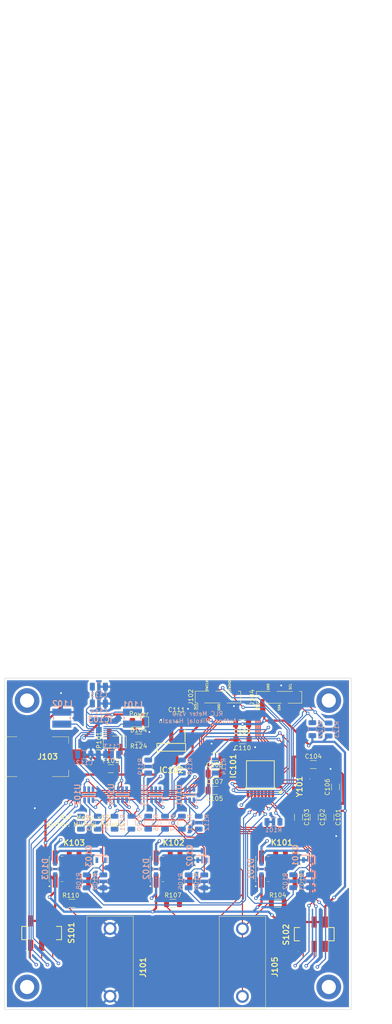
<source format=kicad_pcb>
(kicad_pcb (version 20211014) (generator pcbnew)
  (layers (0 "F.Cu" signal) (31 "B.Cu" signal) (34 "B.Paste" user) (35 "F.Paste" user) (36 "B.SilkS" user "B.Silkscreen") (37 "F.SilkS" user "F.Silkscreen") (38 "B.Mask" user) (39 "F.Mask" user) (44 "Edge.Cuts" user))
  (net 0 "")
  (net 1 "+3V3")
  (net 2 "GND")
  (net 3 "OSC_IN")
  (net 4 "Net-(R111-Pad2)")
  (net 5 "OSC_OUT")
  (net 6 "-5V")
  (net 7 "+5V")
  (net 8 "Net-(D101-Pad2)")
  (net 10 "/Level shifter/V1_ADC")
  (net 11 "/Level shifter/V2_ADC")
  (net 14 "/Level shifter/DAC")
  (net 15 "TIM2_rezerwacja")
  (net 16 "TIM1_rezerwacja")
  (net 17 "UART_TX")
  (net 18 "UART_RX")
  (net 19 "SWDIO")
  (net 20 "SWCLK")
  (net 21 "/MCU/R3")
  (net 22 "/MCU/R2")
  (net 23 "/MCU/R1")
  (net 24 "+BATT")
  (net 25 "Net-(IC103-Pad1)")
  (net 26 "Net-(IC103-Pad10)")
  (net 27 "/Level shifter/V2")
  (net 28 "/LCD_buttons/SDA")
  (net 29 "/LCD_buttons/SCL")
  (net 31 "Net-(K101-Pad3)")
  (net 32 "/Level shifter/V1")
  (net 37 "Net-(K102-Pad3)")
  (net 42 "Net-(K103-Pad3)")
  (net 46 "Net-(Q101-Pad1)")
  (net 47 "Net-(Q102-Pad1)")
  (net 48 "Net-(Q103-Pad1)")
  (net 50 "Net-(R116-Pad2)")
  (net 51 "-1.65V")
  (net 52 "Net-(R113-Pad2)")
  (net 53 "Net-(R119-Pad2)")
  (net 54 "/LCD_buttons/R1_IN")
  (net 55 "/LCD_buttons/R2_IN")
  (net 56 "/LCD_buttons/R3_IN")
  (net 57 "/LCD_buttons/f1")
  (net 58 "/LCD_buttons/f2")
  (net 59 "/LCD_buttons/f3")
  (net 60 "Net-(IC101-Pad31)")
  (net 61 "Net-(D104-Pad2)")
  (net 62 "Net-(F101-Pad2)")
  (net 63 "Net-(D102-Pad2)")
  (net 64 "Net-(D103-Pad2)")
  (net 65 "Net-(F101-Pad1)")
  (footprint "" (layer "F.Cu") (at 100.076 162.052)
    (fp_text reference "")
    (fp_text value "")
  )
  (footprint "Resistor_SMD:R_1206_3216Metric" (layer "F.Cu") (at 110.25 143.15)
    (fp_text reference "R110")
    (fp_text value "10k, 0,1%")
  )
  (footprint "Capacitor_SMD:C_1206_3216Metric" (layer "F.Cu") (at 142.543 113.792 180)
    (fp_text reference "C107")
    (fp_text value "100nF")
  )
  (footprint "Resistor_SMD:R_1206_3216Metric" (layer "F.Cu") (at 125.35 105.775 180)
    (fp_text reference "R124")
    (fp_text value "1k")
  )
  (footprint "Capacitor_SMD:C_1206_3216Metric" (layer "F.Cu") (at 142.543 117.602 180)
    (fp_text reference "C105")
    (fp_text value "100nF")
  )
  (footprint "LED_SMD:LED_1206_3216Metric" (layer "F.Cu") (at 125.325 102.1 180)
    (fp_text reference "D104")
    (fp_text value "LED")
  )
  (footprint "SamacSys_Parts:SOT230P700X180-4N" (layer "F.Cu") (at 132.725 107.85 -90)
    (fp_text reference "IC102")
    (fp_text value "LDL1117S33R" hide)
  )
  (footprint "MountingHole:MountingHole_3.2mm_M3_DIN965_Pad" (layer "F.Cu") (at 168.402 162.052)
    (fp_text reference "REF**" hide)
    (fp_text value "MountingHole_3.2mm_M3_DIN965_Pad")
  )
  (footprint "SamacSys_Parts:UB23NU" (layer "F.Cu") (at 133.096 135.382)
    (fp_text reference "K102")
    (fp_text value "UB2-3NU" hide)
  )
  (footprint "SamacSys_Parts:JS202011SCQN" (layer "F.Cu") (at 165.1 150.114)
    (fp_text reference "S102")
    (fp_text value "JS202011SCQN" hide)
  )
  (footprint "SamacSys_Parts:FH4800014" (layer "F.Cu") (at 164.846 116.84 -90)
    (fp_text reference "Y101")
    (fp_text value "FH4800014" hide)
  )
  (footprint "Resistor_SMD:R_1206_3216Metric" (layer "F.Cu") (at 156.85 143.1)
    (fp_text reference "R104")
    (fp_text value "100, 0,1%")
  )
  (footprint "SamacSys_Parts:QFP80P900X900X160-32N" (layer "F.Cu") (at 152.908 114.046 180)
    (fp_text reference "IC101")
    (fp_text value "STM32G431K6T6" hide)
  )
  (footprint "Capacitor_SMD:C_1206_3216Metric" (layer "F.Cu") (at 165.106 123.675 -90)
    (fp_text reference "C102")
    (fp_text value "100nF")
  )
  (footprint "Connector_PinHeader_2.54mm:PinHeader_1x02_P2.54mm_Vertical_SMD_Pin1Right" (layer "F.Cu") (at 119.95 106.65 90)
    (fp_text reference "JP101")
    (fp_text value "Jumper_2_Bridged")
  )
  (footprint "SamacSys_Parts:UB23NU" (layer "F.Cu") (at 110.236 135.382)
    (fp_text reference "K103")
    (fp_text value "UB2-3NU" hide)
  )
  (footprint "Capacitor_SMD:C_1206_3216Metric" (layer "F.Cu") (at 168.662 123.675 -90)
    (fp_text reference "C101")
    (fp_text value "100nF")
  )
  (footprint "Capacitor_SMD:C_1206_3216Metric" (layer "F.Cu") (at 142.543 109.982 180)
    (fp_text reference "C108")
    (fp_text value "4,7uF")
  )
  (footprint "Capacitor_SMD:C_1206_3216Metric" (layer "F.Cu") (at 169.926 116.84 90)
    (fp_text reference "C106")
    (fp_text value "6pF")
  )
  (footprint "SamacSys_Parts:PJ036BHSMTTR" (layer "F.Cu") (at 104.744 109.982)
    (fp_text reference "J103")
    (fp_text value "PJ-036BH-SMT-TR" hide)
  )
  (footprint "" (layer "F.Cu") (at 100.076 97.282)
    (fp_text reference "")
    (fp_text value "")
  )
  (footprint "SamacSys_Parts:5710100" (layer "F.Cu") (at 118.872 148.844 -90)
    (fp_text reference "J101")
    (fp_text value "571-0100" hide)
  )
  (footprint "Capacitor_SMD:C_1206_3216Metric" (layer "F.Cu") (at 133.95 101.225)
    (fp_text reference "C111")
    (fp_text value "10uF")
  )
  (footprint "Connector_PinHeader_2.54mm:PinHeader_1x04_P2.54mm_Vertical_SMD_Pin1Left" (layer "F.Cu") (at 143.3 96.5 90)
    (fp_text reference "J102")
    (fp_text value "Conn_01x04_Female")
  )
  (footprint "Capacitor_SMD:C_1206_3216Metric" (layer "F.Cu") (at 148.875 106.15 180)
    (fp_text reference "C110")
    (fp_text value "1uF")
  )
  (footprint "Capacitor_SMD:C_1206_3216Metric" (layer "F.Cu") (at 148.775 102.5 180)
    (fp_text reference "C109")
    (fp_text value "10nF")
  )
  (footprint "Capacitor_SMD:C_1206_3216Metric" (layer "F.Cu") (at 164.895 111.76)
    (fp_text reference "C104")
    (fp_text value "6pF")
  )
  (footprint "" (layer "F.Cu") (at 168.402 97.282)
    (fp_text reference "")
    (fp_text value "")
  )
  (footprint "Resistor_SMD:R_1206_3216Metric" (layer "F.Cu") (at 133.125 143.125)
    (fp_text reference "R107")
    (fp_text value "1k, 0,1%")
  )
  (footprint "Fuse:Fuse_1206_3216Metric" (layer "F.Cu") (at 119.05 112.7)
    (fp_text reference "F101")
    (fp_text value "Fuse")
  )
  (footprint "SamacSys_Parts:UB23NU" (layer "F.Cu") (at 156.972 135.382)
    (fp_text reference "K101")
    (fp_text value "UB2-3NU" hide)
  )
  (footprint "Capacitor_SMD:C_1206_3216Metric" (layer "F.Cu") (at 161.55 123.675 -90)
    (fp_text reference "C103")
    (fp_text value "4,7uF")
  )
  (footprint "SamacSys_Parts:5710100" (layer "F.Cu") (at 148.844 148.884 -90)
    (fp_text reference "J105")
    (fp_text value "571-0100" hide)
  )
  (footprint "Connector_PinHeader_2.54mm:PinHeader_1x04_P2.54mm_Vertical_SMD_Pin1Left" (layer "F.Cu") (at 157.15 96.55 90)
    (fp_text reference "J104")
    (fp_text value "Conn_01x04_Female")
  )
  (footprint "SamacSys_Parts:JS202011SCQN" (layer "F.Cu") (at 103.378 149.86)
    (fp_text reference "S101")
    (fp_text value "JS202011SCQN" hide)
  )
  (footprint "Resistor_SMD:R_1206_3216Metric" (layer "B.Cu") (at 123.7015 124.903 90)
    (fp_text reference "R120")
    (fp_text value "1k")
  )
  (footprint "Resistor_SMD:R_1206_3216Metric" (layer "B.Cu") (at 160.335 138.142 90)
    (fp_text reference "R102")
    (fp_text value "100")
  )
  (footprint "Resistor_SMD:R_1206_3216Metric" (layer "B.Cu") (at 131.3215 124.903 90)
    (fp_text reference "R117")
    (fp_text value "1k")
  )
  (footprint "Capacitor_SMD:C_1206_3216Metric" (layer "B.Cu") (at 119.35 109.525 180)
    (fp_text reference "C113")
    (fp_text value "10uF")
  )
  (footprint "Capacitor_SMD:C_1206_3216Metric" (layer "B.Cu") (at 116.332 97.957)
    (fp_text reference "C114")
    (fp_text value "10uF")
  )
  (footprint "Resistor_SMD:R_1206_3216Metric" (layer "B.Cu") (at 164.145 138.142 -90)
    (fp_text reference "R103")
    (fp_text value "10k")
  )
  (footprint "Resistor_SMD:R_1206_3216Metric" (layer "B.Cu") (at 135.1315 124.903 -90)
    (fp_text reference "R111")
    (fp_text value "1k")
  )
  (footprint "Capacitor_SMD:C_1206_3216Metric" (layer "B.Cu") (at 116.332 94.147)
    (fp_text reference "C115")
    (fp_text value "100nF")
  )
  (footprint "SamacSys_Parts:CUS10S40H3F" (layer "B.Cu") (at 129.286 135.382 90)
    (fp_text reference "D102")
    (fp_text value "CUS10S40,H3F" hide)
  )
  (footprint "SamacSys_Parts:SOT96P237X111-3N" (layer "B.Cu") (at 163.637 132.3 90)
    (fp_text reference "Q101")
    (fp_text value "Q_NMOS_DGS" hide)
  )
  (footprint "Resistor_SMD:R_1206_3216Metric" (layer "B.Cu") (at 135.1315 112.203 90)
    (fp_text reference "R118")
    (fp_text value "1k")
  )
  (footprint "Resistor_SMD:R_1206_3216Metric" (layer "B.Cu") (at 142.7515 112.203 90)
    (fp_text reference "R114")
    (fp_text value "1k")
  )
  (footprint "Resistor_SMD:R_1206_3216Metric" (layer "B.Cu") (at 140.208 138.176 -90)
    (fp_text reference "R106")
    (fp_text value "10k")
  )
  (footprint "Resistor_SMD:R_1206_3216Metric" (layer "B.Cu") (at 168.375 103.825 90)
    (fp_text reference "R123")
    (fp_text value "R")
  )
  (footprint "SamacSys_Parts:CUS10S40H3F" (layer "B.Cu") (at 153.162 135.382 90)
    (fp_text reference "D101")
    (fp_text value "CUS10S40,H3F" hide)
  )
  (footprint "SamacSys_Parts:SON45P300X300X80-13N-D" (layer "B.Cu") (at 116.332 104.307 180)
    (fp_text reference "IC103")
    (fp_text value "TPS65133DPDR" hide)
  )
  (footprint "Resistor_SMD:R_1206_3216Metric" (layer "B.Cu") (at 113.538 138.176 90)
    (fp_text reference "R108")
    (fp_text value "100")
  )
  (footprint "Resistor_SMD:R_1206_3216Metric" (layer "B.Cu") (at 155.875 124.725)
    (fp_text reference "R101")
    (fp_text value "10k")
  )
  (footprint "Resistor_SMD:R_1206_3216Metric" (layer "B.Cu") (at 119.8915 124.903 90)
    (fp_text reference "R121")
    (fp_text value "1k")
  )
  (footprint "Resistor_SMD:R_1206_3216Metric" (layer "B.Cu") (at 117.348 138.176 -90)
    (fp_text reference "R109")
    (fp_text value "10k")
  )
  (footprint "SamacSys_Parts:SOT96P237X111-3N" (layer "B.Cu") (at 139.7 132.334 90)
    (fp_text reference "Q102")
    (fp_text value "Q_NMOS_DGS" hide)
  )
  (footprint "SamacSys_Parts:744031004" (layer "B.Cu") (at 107.95 101.259 180)
    (fp_text reference "L102")
    (fp_text value "4,7uH" hide)
  )
  (footprint "Resistor_SMD:R_1206_3216Metric" (layer "B.Cu") (at 127.5115 112.203 -90)
    (fp_text reference "R119")
    (fp_text value "1k")
  )
  (footprint "SamacSys_Parts:SOT95P280X145-6N" (layer "B.Cu") (at 114.0495 118.553 90)
    (fp_text reference "U102")
    (fp_text value "TLV9151" hide)
  )
  (footprint "SamacSys_Parts:SOT95P280X145-6N" (layer "B.Cu") (at 136.9095 118.553 90)
    (fp_text reference "U101")
    (fp_text value "TLV9151" hide)
  )
  (footprint "Resistor_SMD:R_1206_3216Metric" (layer "B.Cu") (at 116.0815 124.903 -90)
    (fp_text reference "R115")
    (fp_text value "1k")
  )
  (footprint "SamacSys_Parts:SOT95P280X145-6N" (layer "B.Cu") (at 129.2235 118.573 90)
    (fp_text reference "U103")
    (fp_text value "TLV9151" hide)
  )
  (footprint "SamacSys_Parts:CUS10S40H3F" (layer "B.Cu") (at 106.426 135.382 90)
    (fp_text reference "D103")
    (fp_text value "CUS10S40,H3F" hide)
  )
  (footprint "SamacSys_Parts:SOT96P237X111-3N" (layer "B.Cu") (at 116.84 132.334 90)
    (fp_text reference "Q103")
    (fp_text value "Q_NMOS_DGS" hide)
  )
  (footprint "Capacitor_SMD:C_1206_3216Metric" (layer "B.Cu") (at 113.05 109.525)
    (fp_text reference "C112")
    (fp_text value "10uF")
  )
  (footprint "Resistor_SMD:R_1206_3216Metric" (layer "B.Cu") (at 138.9415 124.903 90)
    (fp_text reference "R112")
    (fp_text value "1k")
  )
  (footprint "SamacSys_Parts:SOT95P280X145-6N" (layer "B.Cu") (at 121.6695 118.553 90)
    (fp_text reference "U104")
    (fp_text value "TLV9151" hide)
  )
  (footprint "Resistor_SMD:R_1206_3216Metric" (layer "B.Cu") (at 164.685 103.749 90)
    (fp_text reference "R122")
    (fp_text value "R")
  )
  (footprint "SamacSys_Parts:744031004" (layer "B.Cu") (at 123.952 101.259 180)
    (fp_text reference "L101")
    (fp_text value "4,7uF" hide)
  )
  (footprint "Resistor_SMD:R_1206_3216Metric" (layer "B.Cu") (at 127.5115 124.903 -90)
    (fp_text reference "R116")
    (fp_text value "1k")
  )
  (footprint "Resistor_SMD:R_1206_3216Metric" (layer "B.Cu") (at 136.652 138.176 90)
    (fp_text reference "R105")
    (fp_text value "100")
  )
  (footprint "Resistor_SMD:R_1206_3216Metric" (layer "B.Cu") (at 112.2715 124.903 -90)
    (fp_text reference "R113")
    (fp_text value "2k")
  )
  (gr_rect (start 94.996 92.202) (end 173.482 167.132) (layer "Edge.Cuts") (width 0.1) (fill none))
  (gr_text "RLC Meter v1.0\nAuthor: Mikolaj Harazin" (at 138.7 101.075) (layer "B.SilkS") (effects (font (size 1 1)) (justify mirror)))
  (gr_text "RLC Meter v1.0\nAuthor: Mikolaj Harazin" (at 113.375 124.5) (layer "F.SilkS") (effects (font (size 1 1))))
  (gr_text "3V3" (at 138.225 98.75 90) (layer "F.SilkS") (effects (font (size 0.5 0.5) (thickness 0.125))))
  (gr_text "GND\n" (at 154.675 94.175 90) (layer "F.SilkS") (effects (font (size 0.5 0.5) (thickness 0.125))))
  (gr_text "3V3\n" (at 152.075 98.75 90) (layer "F.SilkS") (effects (font (size 0.5 0.5) (thickness 0.125))))
  (gr_text "SWCLK" (at 140.825 93.875 90) (layer "F.SilkS") (effects (font (size 0.5 0.5) (thickness 0.125))))
  (gr_text "SCL\n" (at 159.7 94.125 90) (layer "F.SilkS") (effects (font (size 0.5 0.5) (thickness 0.125))))
  (gr_text "SWDIO\n" (at 145.95 93.875 90) (layer "F.SilkS") (effects (font (size 0.5 0.5) (thickness 0.125))))
  (gr_text "SDA\n" (at 157.175 98.9 90) (layer "F.SilkS") (effects (font (size 0.5 0.5) (thickness 0.125))))
  (gr_text "Power" (at 125.4 100.275) (layer "F.SilkS") (effects (font (size 1 1))))
  (gr_text "GND" (at 143.525 98.8 90) (layer "F.SilkS") (effects (font (size 0.5 0.5) (thickness 0.125))))
  (segment (start 150.3575 111.246) (end 150.908 110.6955) (width 0.25) (layer "F.Cu") (net 1))
  (segment (start 150.733 108.137604) (end 150.733 109.633) (width 0.25) (layer "F.Cu") (net 1))
  (segment (start 104.25 122.85) (end 112.625 114.475) (width 0.5) (layer "F.Cu") (net 1))
  (segment (start 150.733 109.633) (end 150.908 109.808) (width 0.25) (layer "F.Cu") (net 1))
  (segment (start 129.296 144.204) (end 128.475 145.025) (width 0.5) (layer "F.Cu") (net 1))
  (segment (start 159.2 120.895) (end 160.528 122.223) (width 0.25) (layer "F.Cu") (net 1))
  (segment (start 137.55 108.7) (end 135.8 110.45) (width 0.5) (layer "F.Cu") (net 1))
  (segment (start 157.486 116.846) (end 158.72 118.08) (width 0.25) (layer "F.Cu") (net 1))
  (segment (start 168.687 122.225) (end 168.662 122.2) (width 0.25) (layer "F.Cu") (net 1))
  (segment (start 140.175 101.675) (end 137.55 104.3) (width 0.5) (layer "F.Cu") (net 1))
  (segment (start 157.146 116.846) (end 157.486 116.846) (width 0.25) (layer "F.Cu") (net 1))
  (segment (start 155.525 145.8) (end 157.089 147.364) (width 0.5) (layer "F.Cu") (net 1))
  (segment (start 158.45 101.825) (end 163.825 107.2) (width 0.5) (layer "F.Cu") (net 1))
  (segment (start 150.25 102.5) (end 148.95 102.5) (width 0.5) (layer "F.Cu") (net 1))
  (segment (start 132.725 105.25) (end 132.725 101.475) (width 0.5) (layer "F.Cu") (net 1))
  (segment (start 168.662 122.2) (end 161.55 122.2) (width 0.5) (layer "F.Cu") (net 1))
  (segment (start 145.282 111.246) (end 144.018 109.982) (width 0.25) (layer "F.Cu") (net 1))
  (segment (start 131.7 100.45) (end 132.475 101.225) (width 0.5) (layer "F.Cu") (net 1))
  (segment locked (start 153.172 138.032) (end 153.172 140.706) (width 0.5) (layer "F.Cu") (net 1))
  (segment (start 100.878 147.11) (end 105.878 147.11) (width 0.5) (layer "F.Cu") (net 1))
  (segment (start 150.35 106.15) (end 150.35 102.6) (width 0.5) (layer "F.Cu") (net 1))
  (segment (start 119.35 100.45) (end 131.7 100.45) (width 0.5) (layer "F.Cu") (net 1))
  (segment locked (start 153.172 140.706) (end 151.892 141.986) (width 0.5) (layer "F.Cu") (net 1))
  (segment (start 139.49 98.155) (end 139.49 99.465) (width 0.5) (layer "F.Cu") (net 1))
  (segment (start 104.25 129.475) (end 104.25 135.846) (width 0.5) (layer "F.Cu") (net 1))
  (segment (start 106.436 138.032) (end 106.436 145.514) (width 0.5) (layer "F.Cu") (net 1))
  (segment (start 148.67 111.246) (end 145.282 111.246) (width 0.25) (layer "F.Cu") (net 1))
  (segment (start 160.528 122.223) (end 167.64 122.223) (width 0.25) (layer "F.Cu") (net 1))
  (segment (start 162.6 147.364) (end 165.1 147.364) (width 0.25) (layer "F.Cu") (net 1))
  (segment (start 153.172 140.706) (end 153.172 143.128) (width 0.5) (layer "F.Cu") (net 1))
  (segment (start 104.25 122.85) (end 104.25 129.475) (width 0.5) (layer "F.Cu") (net 1))
  (segment (start 104.25 135.846) (end 106.436 138.032) (width 0.5) (layer "F.Cu") (net 1))
  (segment (start 157.089 147.364) (end 162.6 147.364) (width 0.5) (layer "F.Cu") (net 1))
  (segment locked (start 129.296 138.032) (end 129.296 140.96) (width 0.5) (layer "F.Cu") (net 1))
  (segment (start 163.825 107.2) (end 163.825 107.475) (width 0.5) (layer "F.Cu") (net 1))
  (segment (start 106.436 146.552) (end 105.878 147.11) (width 0.5) (layer "F.Cu") (net 1))
  (segment (start 167.6 147.364) (end 162.6 147.364) (width 0.5) (layer "F.Cu") (net 1))
  (segment (start 167.6 143.8) (end 167.6 147.364) (width 0.5) (layer "F.Cu") (net 1))
  (segment (start 159.2 118.56) (end 159.2 120.895) (width 0.25) (layer "F.Cu") (net 1))
  (segment locked (start 106.436 138.032) (end 106.436 140.452) (width 0.5) (layer "F.Cu") (net 1))
  (segment locked (start 106.436 140.452) (end 105.156 141.732) (width 0.5) (layer "F.Cu") (net 1))
  (segment (start 169.575 141.825) (end 167.6 143.8) (width 0.5) (layer "F.Cu") (net 1))
  (segment (start 135.8 110.45) (end 132.725 110.45) (width 0.5) (layer "F.Cu") (net 1))
  (segment (start 132.725 110.45) (end 129.15 114.025) (width 0.5) (layer "F.Cu") (net 1))
  (segment (start 153.8 98.665) (end 153.34 98.205) (width 0.5) (layer "F.Cu") (net 1))
  (segment (start 113.075 114.025) (end 112.625 114.475) (width 0.5) (layer "F.Cu") (net 1))
  (segment locked (start 129.296 140.96) (end 128.27 141.986) (width 0.5) (layer "F.Cu") (net 1))
  (segment (start 141.7 101.675) (end 140.175 101.675) (width 0.5) (layer "F.Cu") (net 1))
  (segment (start 172.05 122.225) (end 172.075 122.2) (width 0.5) (layer "F.Cu") (net 1))
  (segment (start 132.725 105.25) (end 132.725 110.45) (width 0.5) (layer "F.Cu") (net 1))
  (segment (start 129.15 114.025) (end 113.075 114.025) (width 0.5) (layer "F.Cu") (net 1))
  (segment (start 152.275 144.025) (end 153.172 143.128) (width 0.5) (layer "F.Cu") (net 1))
  (segment (start 150.35 107.675) (end 150.310198 107.714802) (width 0.25) (layer "F.Cu") (net 1))
  (segment (start 106.436 145.514) (end 106.436 146.552) (width 0.5) (layer "F.Cu") (net 1))
  (segment (start 153.8 101.825) (end 153.8 98.665) (width 0.5) (layer "F.Cu") (net 1))
  (segment (start 152.25 144.025) (end 152.275 144.025) (width 0.5) (layer "F.Cu") (net 1))
  (segment (start 150.310198 107.714802) (end 150.733 108.137604) (width 0.25) (layer "F.Cu") (net 1))
  (segment (start 150.908 110.6955) (end 150.908 109.808) (width 0.25) (layer "F.Cu") (net 1))
  (segment (start 148.67 111.246) (end 150.3575 111.246) (width 0.25) (layer "F.Cu") (net 1))
  (segment (start 118.25 100.45) (end 119.35 100.45) (width 0.5) (layer "F.Cu") (net 1))
  (segment (start 139.49 99.465) (end 141.7 101.675) (width 0.5) (layer "F.Cu") (net 1))
  (segment (start 158.72 118.08) (end 159.2 118.56) (width 0.25) (layer "F.Cu") (net 1))
  (segment (start 144.018 109.982) (end 144.018 117.602) (width 0.5) (layer "F.Cu") (net 1))
  (segment (start 129.296 140.96) (end 129.296 144.204) (width 0.5) (layer "F.Cu") (net 1))
  (segment (start 150.35 106.15) (end 150.35 107.675) (width 0.25) (layer "F.Cu") (net 1))
  (segment (start 132.725 101.475) (end 132.475 101.225) (width 0.25) (layer "F.Cu") (net 1))
  (segment (start 150.35 102.6) (end 150.25 102.5) (width 0.25) (layer "F.Cu") (net 1))
  (segment (start 137.55 104.3) (end 137.55 108.7) (width 0.5) (layer "F.Cu") (net 1))
  (segment (start 168.687 122.225) (end 172.05 122.225) (width 0.5) (layer "F.Cu") (net 1))
  (segment (start 112.975 105.725) (end 118.25 100.45) (width 0.5) (layer "F.Cu") (net 1))
  (segment (start 153.8 101.825) (end 158.45 101.825) (width 0.5) (layer "F.Cu") (net 1))
  (via (at 141.7 101.675) (size 0.8) (drill 0.4) (layers "F.Cu" "B.Cu") (net 1))
  (via (at 163.825 107.475) (size 0.8) (drill 0.4) (layers "F.Cu" "B.Cu") (net 1))
  (via locked (at 151.892 141.986) (size 0.8) (drill 0.4) (layers "F.Cu" "B.Cu") (net 1))
  (via (at 119.35 100.45) (size 0.8) (drill 0.4) (layers "F.Cu" "B.Cu") (net 1))
  (via (at 172.075 122.2) (size 0.8) (drill 0.4) (layers "F.Cu" "B.Cu") (net 1))
  (via (at 169.575 141.825) (size 0.8) (drill 0.4) (layers "F.Cu" "B.Cu") (net 1))
  (via (at 153.8 101.825) (size 0.8) (drill 0.4) (layers "F.Cu" "B.Cu") (net 1))
  (via (at 112.975 105.725) (size 0.8) (drill 0.4) (layers "F.Cu" "B.Cu") (net 1))
  (via locked (at 128.27 141.986) (size 0.8) (drill 0.4) (layers "F.Cu" "B.Cu") (net 1))
  (via (at 152.25 144.025) (size 0.8) (drill 0.4) (layers "F.Cu" "B.Cu") (net 1))
  (via (at 148.85 102.6) (size 0.8) (drill 0.4) (layers "F.Cu" "B.Cu") (net 1))
  (via (at 128.475 145.025) (size 0.8) (drill 0.4) (layers "F.Cu" "B.Cu") (net 1))
  (via (at 155.525 145.8) (size 0.8) (drill 0.4) (layers "F.Cu" "B.Cu") (net 1))
  (via (at 104.25 129.475) (size 0.8) (drill 0.4) (layers "F.Cu" "B.Cu") (net 1))
  (via locked (at 105.156 141.732) (size 0.8) (drill 0.4) (layers "F.Cu" "B.Cu") (net 1))
  (segment (start 172.075 139.325) (end 170.75 140.65) (width 0.5) (layer "B.Cu") (net 1))
  (segment (start 151.275 145.025) (end 154.75 145.025) (width 0.5) (layer "B.Cu") (net 1))
  (segment locked (start 151.892 141.986) (end 153.162 140.716) (width 0.5) (layer "B.Cu") (net 1))
  (segment (start 113.538 99.276) (end 114.857 97.957) (width 0.25) (layer "B.Cu") (net 1))
  (segment (start 172.075 113.85) (end 172.075 109) (width 0.5) (layer "B.Cu") (net 1))
  (segment (start 113.538 102.162) (end 113.538 99.762) (width 0.25) (layer "B.Cu") (net 1))
  (segment (start 153.025 102.6) (end 153.8 101.825) (width 0.5) (layer "B.Cu") (net 1))
  (segment (start 165.49 106.615) (end 164.685 106.615) (width 0.25) (layer "B.Cu") (net 1))
  (segment (start 172.075 119.9) (end 172.075 139.325) (width 0.5) (layer "B.Cu") (net 1))
  (segment (start 172.075 119.9) (end 172.075 113.85) (width 0.5) (layer "B.Cu") (net 1))
  (segment (start 142.625 102.6) (end 141.7 101.675) (width 0.5) (layer "B.Cu") (net 1))
  (segment (start 128.475 145.025) (end 108.449 145.025) (width 0.5) (layer "B.Cu") (net 1))
  (segment (start 152.25 144.05) (end 152.25 144.025) (width 0.5) (layer "B.Cu") (net 1))
  (segment (start 107.037 143.613) (end 105.156 141.732) (width 0.5) (layer "B.Cu") (net 1))
  (segment (start 167.0475 106.615) (end 165.49 106.615) (width 0.25) (layer "B.Cu") (net 1))
  (segment (start 114.857 97.957) (end 114.857 94.147) (width 0.25) (layer "B.Cu") (net 1))
  (segment (start 114.226 100.45) (end 113.538 99.762) (width 0.25) (layer "B.Cu") (net 1))
  (segment (start 113.268 105.432) (end 112.975 105.725) (width 0.25) (layer "B.Cu") (net 1))
  (segment (start 119.35 100.45) (end 119.891 99.909) (width 0.25) (layer "B.Cu") (net 1))
  (segment (start 164.685 105.2115) (end 164.685 106.615) (width 0.5) (layer "B.Cu") (net 1))
  (segment (start 114.882 105.432) (end 113.268 105.432) (width 0.25) (layer "B.Cu") (net 1))
  (segment locked (start 129.286 136.532) (end 129.286 140.97) (width 0.5) (layer "B.Cu") (net 1))
  (segment (start 172.075 113.85) (end 172.075 113.5) (width 0.5) (layer "B.Cu") (net 1))
  (segment (start 114.191 103.182) (end 113.538 102.529) (width 0.25) (layer "B.Cu") (net 1))
  (segment (start 148.85 102.6) (end 153.025 102.6) (width 0.5) (layer "B.Cu") (net 1))
  (segment (start 106.426 140.462) (end 106.426 143.002) (width 0.5) (layer "B.Cu") (net 1))
  (segment (start 106.426 143.002) (end 107.037 143.613) (width 0.5) (layer "B.Cu") (net 1))
  (segment (start 168.375 105.2875) (end 167.0475 106.615) (width 0.5) (layer "B.Cu") (net 1))
  (segment (start 119.891 99.909) (end 123.952 99.909) (width 0.25) (layer "B.Cu") (net 1))
  (segment (start 114.882 103.632) (end 113.879 103.632) (width 0.25) (layer "B.Cu") (net 1))
  (segment (start 110.3345 123.4405) (end 104.25 129.525) (width 0.25) (layer "B.Cu") (net 1))
  (segment (start 164.685 106.615) (end 163.825 107.475) (width 0.5) (layer "B.Cu") (net 1))
  (segment (start 128.475 145.025) (end 151.275 145.025) (width 0.5) (layer "B.Cu") (net 1))
  (segment locked (start 153.162 140.716) (end 153.162 136.532) (width 0.5) (layer "B.Cu") (net 1))
  (segment (start 114.882 103.182) (end 114.191 103.182) (width 0.25) (layer "B.Cu") (net 1))
  (segment (start 113.879 103.632) (end 113.4985 103.2515) (width 0.25) (layer "B.Cu") (net 1))
  (segment (start 154.75 145.025) (end 155.525 145.8) (width 0.5) (layer "B.Cu") (net 1))
  (segment locked (start 106.426 136.532) (end 106.426 140.462) (width 0.5) (layer "B.Cu") (net 1))
  (segment locked (start 129.286 140.97) (end 128.27 141.986) (width 0.5) (layer "B.Cu") (net 1))
  (segment (start 151.275 145.025) (end 152.25 144.05) (width 0.5) (layer "B.Cu") (net 1))
  (segment (start 113.4985 103.2515) (end 113.538 103.212) (width 0.25) (layer "B.Cu") (net 1))
  (segment (start 172.075 109) (end 172.075 113.5) (width 0.25) (layer "B.Cu") (net 1))
  (segment (start 172.075 109) (end 169.69 106.615) (width 0.5) (layer "B.Cu") (net 1))
  (segment (start 119.35 100.45) (end 114.226 100.45) (width 0.25) (layer "B.Cu") (net 1))
  (segment (start 113.538 103.212) (end 113.538 102.162) (width 0.25) (layer "B.Cu") (net 1))
  (segment (start 165.49 106.615) (end 169.69 106.615) (width 0.25) (layer "B.Cu") (net 1))
  (segment (start 169.69 106.615) (end 164.685 106.615) (width 0.5) (layer "B.Cu") (net 1))
  (segment (start 113.538 99.762) (end 113.538 99.276) (width 0.25) (layer "B.Cu") (net 1))
  (segment (start 112.2715 123.4405) (end 110.3345 123.4405) (width 0.25) (layer "B.Cu") (net 1))
  (segment (start 113.538 102.529) (end 113.538 102.162) (width 0.25) (layer "B.Cu") (net 1))
  (segment (start 108.449 145.025) (end 107.037 143.613) (width 0.5) (layer "B.Cu") (net 1))
  (segment (start 148.85 102.6) (end 142.625 102.6) (width 0.5) (layer "B.Cu") (net 1))
  (segment (start 170.75 140.65) (end 169.575 141.825) (width 0.5) (layer "B.Cu") (net 1))
  (segment (start 141.85 107.025) (end 142.725 106.15) (width 0.5) (layer "F.Cu") (net 2))
  (segment (start 141.068 109.982) (end 141.068 107.807) (width 0.5) (layer "F.Cu") (net 2))
  (segment (start 127.375 102.1) (end 127.95 102.1) (width 0.5) (layer "F.Cu") (net 2))
  (segment (start 101.794 116.432) (end 101.794 121.594) (width 0.5) (layer "F.Cu") (net 2))
  (segment (start 142.725 106.15) (end 147.4 106.15) (width 0.5) (layer "F.Cu") (net 2))
  (segment (start 107.75 98.726) (end 107.75 95.6) (width 0.5) (layer "F.Cu") (net 2))
  (segment (start 148.131 106.172) (end 147.422 106.172) (width 0.25) (layer "F.Cu") (net 2))
  (segment (start 127.95 102.1) (end 129.975 102.1) (width 0.5) (layer "F.Cu") (net 2))
  (segment (start 168.656 112.88) (end 168.656 112.522) (width 0.25) (layer "F.Cu") (net 2))
  (segment (start 141.068 109.982) (end 141.068 117.602) (width 0.5) (layer "F.Cu") (net 2))
  (segment (start 168.662 125.15) (end 161.55 125.15) (width 0.5) (layer "F.Cu") (net 2))
  (segment (start 169.926 113.792) (end 169.926 115.365) (width 0.25) (layer "F.Cu") (net 2))
  (segment (start 156.9 93.875) (end 157.625 93.875) (width 0.5) (layer "F.Cu") (net 2))
  (segment (start 150.108 108.149) (end 148.131 106.172) (width 0.25) (layer "F.Cu") (net 2))
  (segment (start 155.708 120.353) (end 160.528 125.173) (width 0.25) (layer "F.Cu") (net 2))
  (segment (start 135.025 101.625) (end 135.425 101.225) (width 0.25) (layer "F.Cu") (net 2))
  (segment (start 135.425 101.225) (end 136.525 100.125) (width 0.5) (layer "F.Cu") (net 2))
  (segment (start 150.108 109.808) (end 150.108 108.149) (width 0.25) (layer "F.Cu") (net 2))
  (segment (start 164.071 117.765) (end 164.071 117.465) (width 0.25) (layer "F.Cu") (net 2))
  (segment (start 102.944 103.532) (end 107.75 98.726) (width 0.5) (layer "F.Cu") (net 2))
  (segment (start 101.794 121.594) (end 101.825 121.625) (width 0.25) (layer "F.Cu") (net 2))
  (segment (start 167.894 111.76) (end 168.656 112.522) (width 0.25) (layer "F.Cu") (net 2))
  (segment (start 151.708 109.808) (end 151.708 107.842) (width 0.25) (layer "F.Cu") (net 2))
  (segment (start 127.375 102.1) (end 129.975 102.1) (width 0.5) (layer "F.Cu") (net 2))
  (segment (start 164.071 117.465) (end 165.621 115.915) (width 0.25) (layer "F.Cu") (net 2))
  (segment (start 144.57 98.155) (end 146.505 98.155) (width 0.5) (layer "F.Cu") (net 2))
  (segment (start 155.88 94.895) (end 156.9 93.875) (width 0.5) (layer "F.Cu") (net 2))
  (segment (start 168.662 126.512) (end 170.0875 127.9375) (width 0.5) (layer "F.Cu") (net 2))
  (segment (start 129.975 102.1) (end 130.425 101.65) (width 0.5) (layer "F.Cu") (net 2))
  (segment (start 147.4 106.15) (end 147.4 107.275) (width 0.5) (layer "F.Cu") (net 2))
  (segment (start 147.422 106.172) (end 147.4 106.15) (width 0.25) (layer "F.Cu") (net 2))
  (segment (start 147.4 108.025) (end 147 108.425) (width 0.5) (layer "F.Cu") (net 2))
  (segment (start 151.708 107.842) (end 151.725 107.825) (width 0.25) (layer "F.Cu") (net 2))
  (segment (start 168.662 125.15) (end 168.662 126.512) (width 0.5) (layer "F.Cu") (net 2))
  (segment (start 126.725 102.1) (end 127.375 102.1) (width 0.5) (layer "F.Cu") (net 2))
  (segment (start 147.4 106.15) (end 147.4 102.6) (width 0.5) (layer "F.Cu") (net 2))
  (segment (start 141.068 107.807) (end 141.85 107.025) (width 0.5) (layer "F.Cu") (net 2))
  (segment (start 147.4 107.275) (end 147.4 108.025) (width 0.5) (layer "F.Cu") (net 2))
  (segment (start 130.15 102.025) (end 130.15 102) (width 0.25) (layer "F.Cu") (net 2))
  (segment (start 136.525 100.125) (end 136.525 99.15) (width 0.5) (layer "F.Cu") (net 2))
  (segment (start 166.37 111.76) (end 167.894 111.76) (width 0.25) (layer "F.Cu") (net 2))
  (segment (start 127.775 104.4) (end 130.15 102.025) (width 0.5) (layer "F.Cu") (net 2))
  (segment (start 168.656 112.522) (end 169.926 113.792) (width 0.25) (layer "F.Cu") (net 2))
  (segment (start 146.505 98.155) (end 146.85 98.5) (width 0.5) (layer "F.Cu") (net 2))
  (segment (start 101.794 103.532) (end 102.944 103.532) (width 0.25) (layer "F.Cu") (net 2))
  (segment (start 160.528 125.173) (end 167.64 125.173) (width 0.25) (layer "F.Cu") (net 2))
  (segment (start 147.4 102.6) (end 147.3 102.5) (width 0.25) (layer "F.Cu") (net 2))
  (segment (start 135.025 105.25) (end 135.025 101.625) (width 0.5) (layer "F.Cu") (net 2))
  (segment (start 155.708 118.284) (end 155.708 120.353) (width 0.25) (layer "F.Cu") (net 2))
  (segment (start 165.621 115.915) (end 168.656 112.88) (width 0.25) (layer "F.Cu") (net 2))
  (via (at 168.8 112.75) (size 0.8) (drill 0.4) (layers "F.Cu" "B.Cu") (net 2))
  (via (at 130.425 101.65) (size 0.8) (drill 0.4) (layers "F.Cu" "B.Cu") (net 2))
  (via (at 101.825 121.625) (size 0.8) (drill 0.4) (layers "F.Cu" "B.Cu") (net 2))
  (via (at 146.925 98.55) (size 0.8) (drill 0.4) (layers "F.Cu" "B.Cu") (net 2))
  (via (at 127.775 104.4) (size 0.8) (drill 0.4) (layers "F.Cu" "B.Cu") (net 2))
  (via (at 107.75 95.6) (size 0.8) (drill 0.4) (layers "F.Cu" "B.Cu") (net 2))
  (via (at 170.0875 127.9375) (size 0.8) (drill 0.4) (layers "F.Cu" "B.Cu") (net 2))
  (via (at 157.625 93.875) (size 0.8) (drill 0.4) (layers "F.Cu" "B.Cu") (net 2))
  (via (at 136.525 99.15) (size 0.8) (drill 0.4) (layers "F.Cu" "B.Cu") (net 2))
  (via (at 141.85 107.025) (size 0.8) (drill 0.4) (layers "F.Cu" "B.Cu") (net 2))
  (via (at 151.725 107.825) (size 0.8) (drill 0.4) (layers "F.Cu" "B.Cu") (net 2))
  (via (at 147 108.425) (size 0.8) (drill 0.4) (layers "F.Cu" "B.Cu") (net 2))
  (segment (start 112.25 105.424695) (end 112.25 107.275) (width 0.25) (layer "B.Cu") (net 2))
  (segment (start 118.807 105.432) (end 119.2 105.825) (width 0.25) (layer "B.Cu") (net 2))
  (segment (start 117.782 104.532) (end 119.557 104.532) (width 0.25) (layer "B.Cu") (net 2))
  (segment (start 119.107 104.982) (end 119.575 105.45) (width 0.25) (layer "B.Cu") (net 2))
  (segment (start 119.557 104.532) (end 120.325 105.3) (width 0.25) (layer "B.Cu") (net 2))
  (segment (start 121.477 103.632) (end 122.245 104.4) (width 0.25) (layer "B.Cu") (net 2))
  (segment (start 117.782 105.432) (end 118.807 105.432) (width 0.25) (layer "B.Cu") (net 2))
  (segment (start 122.245 104.4) (end 127.775 104.4) (width 0.25) (layer "B.Cu") (net 2))
  (segment (start 117.782 104.982) (end 119.107 104.982) (width 0.25) (layer "B.Cu") (net 2))
  (segment (start 114.882 104.982) (end 112.692695 104.982) (width 0.25) (layer "B.Cu") (net 2))
  (segment (start 112.692695 104.982) (end 112.25 105.424695) (width 0.25) (layer "B.Cu") (net 2))
  (segment (start 117.782 103.632) (end 121.477 103.632) (width 0.25) (layer "B.Cu") (net 2))
  (segment (start 169.376 117.765) (end 165.621 117.765) (width 0.25) (layer "F.Cu") (net 3))
  (segment (start 161.9 118.025) (end 162.7235 118.8485) (width 0.25) (layer "F.Cu") (net 3))
  (segment (start 162.7235 118.8485) (end 165.1235 118.8485) (width 0.25) (layer "F.Cu") (net 3))
  (segment (start 165.621 117.765) (end 165.621 118.351) (width 0.25) (layer "F.Cu") (net 3))
  (segment (start 165.621 118.351) (end 165.1235 118.8485) (width 0.25) (layer "F.Cu") (net 3))
  (segment (start 161.9 116.725) (end 161.9 118.025) (width 0.25) (layer "F.Cu") (net 3))
  (segment (start 161.221 116.046) (end 161.9 116.725) (width 0.25) (layer "F.Cu") (net 3))
  (segment (start 157.146 116.046) (end 161.221 116.046) (width 0.25) (layer "F.Cu") (net 3))
  (segment (start 169.926 118.315) (end 169.376 117.765) (width 0.25) (layer "F.Cu") (net 3))
  (segment (start 142.7515 113.6655) (end 141.42 114.997) (width 0.25) (layer "B.Cu") (net 4))
  (segment (start 136.9065 124.5905) (end 135.1315 126.3655) (width 0.25) (layer "B.Cu") (net 4))
  (segment (start 136.9065 121.35) (end 136.9065 124.5905) (width 0.25) (layer "B.Cu") (net 4))
  (segment (start 135.9595 119.803) (end 135.9595 120.403) (width 0.25) (layer "B.Cu") (net 4))
  (segment (start 135.9595 120.403) (end 136.9065 121.35) (width 0.25) (layer "B.Cu") (net 4))
  (segment (start 138.9415 123.385) (end 138.9415 123.4405) (width 0.25) (layer "B.Cu") (net 4))
  (segment (start 141.42 114.997) (end 141.42 120.962) (width 0.25) (layer "B.Cu") (net 4))
  (segment (start 136.9065 121.35) (end 138.9415 123.385) (width 0.25) (layer "B.Cu") (net 4))
  (segment (start 141.42 120.962) (end 138.9415 123.4405) (width 0.25) (layer "B.Cu") (net 4))
  (segment (start 164.071 115.915) (end 164.071 112.411) (width 0.25) (layer "F.Cu") (net 5))
  (segment (start 164.071 112.411) (end 163.42 111.76) (width 0.25) (layer "F.Cu") (net 5))
  (segment (start 163.402 115.246) (end 157.146 115.246) (width 0.25) (layer "F.Cu") (net 5))
  (segment (start 164.071 115.915) (end 163.402 115.246) (width 0.25) (layer "F.Cu") (net 5))
  (segment (start 118.175 119.625) (end 117.925 119.625) (width 0.25) (layer "F.Cu") (net 6))
  (segment (start 123.19 121.315) (end 121.5 119.625) (width 0.25) (layer "F.Cu") (net 6))
  (segment (start 115.57 121.205) (end 117.15 119.625) (width 0.25) (layer "F.Cu") (net 6))
  (segment (start 117.925 119.625) (end 121.5 119.625) (width 0.25) (layer "F.Cu") (net 6))
  (segment (start 115.57 121.412) (end 115.57 121.205) (width 0.25) (layer "F.Cu") (net 6))
  (segment (start 118.875 121.4) (end 118.875 120.325) (width 0.25) (layer "F.Cu") (net 6))
  (segment (start 118.875 120.325) (end 118.175 119.625) (width 0.25) (layer "F.Cu") (net 6))
  (segment (start 129.023 119.625) (end 130.81 121.412) (width 0.25) (layer "F.Cu") (net 6))
  (segment (start 121.5 119.625) (end 127.375 119.625) (width 0.25) (layer "F.Cu") (net 6))
  (segment (start 127.375 119.625) (end 129.023 119.625) (width 0.25) (layer "F.Cu") (net 6))
  (segment (start 127.375 119.625) (end 136.643 119.625) (width 0.25) (layer "F.Cu") (net 6))
  (segment (start 136.643 119.625) (end 138.43 121.412) (width 0.25) (layer "F.Cu") (net 6))
  (segment (start 117.15 119.625) (end 117.925 119.625) (width 0.25) (layer "F.Cu") (net 6))
  (segment (start 118.863 121.412) (end 118.875 121.4) (width 0.25) (layer "F.Cu") (net 6))
  (via (at 138.43 121.412) (size 0.8) (drill 0.4) (layers "F.Cu" "B.Cu") (net 6))
  (via (at 123.19 121.412) (size 0.8) (drill 0.4) (layers "F.Cu" "B.Cu") (net 6))
  (via (at 130.81 121.412) (size 0.8) (drill 0.4) (layers "F.Cu" "B.Cu") (net 6))
  (via (at 115.57 121.412) (size 0.8) (drill 0.4) (layers "F.Cu" "B.Cu") (net 6))
  (via (at 118.863 121.412) (size 0.8) (drill 0.4) (layers "F.Cu" "B.Cu") (net 6))
  (segment (start 111.575 111.3) (end 116.5 116.225) (width 0.25) (layer "B.Cu") (net 6))
  (segment (start 121.6695 119.803) (end 121.6695 120.3995) (width 0.25) (layer "B.Cu") (net 6))
  (segment (start 136.9095 120.3995) (end 137.922 121.412) (width 0.25) (layer "B.Cu") (net 6))
  (segment (start 116.5 116.225) (end 118.9 118.625) (width 0.25) (layer "B.Cu") (net 6))
  (segment (start 112.346 104.532) (end 111.039 105.839) (width 0.25) (layer "B.Cu") (net 6))
  (segment (start 118.9 118.625) (end 118.9 121.4) (width 0.25) (layer "B.Cu") (net 6))
  (segment (start 114.0495 119.803) (end 114.0495 120.3995) (width 0.25) (layer "B.Cu") (net 6))
  (segment (start 115.062 121.412) (end 115.57 121.412) (width 0.25) (layer "B.Cu") (net 6))
  (segment (start 121.6695 120.3995) (end 122.682 121.412) (width 0.25) (layer "B.Cu") (net 6))
  (segment (start 130.302 121.412) (end 130.81 121.412) (width 0.25) (layer "B.Cu") (net 6))
  (segment (start 129.2895 120.3995) (end 130.302 121.412) (width 0.25) (layer "B.Cu") (net 6))
  (segment (start 111.039 108.989) (end 111.039 105.839) (width 0.25) (layer "B.Cu") (net 6))
  (segment (start 111.575 109.525) (end 111.039 108.989) (width 0.25) (layer "B.Cu") (net 6))
  (segment (start 122.682 121.412) (end 123.19 121.412) (width 0.25) (layer "B.Cu") (net 6))
  (segment (start 137.922 121.412) (end 138.43 121.412) (width 0.25) (layer "B.Cu") (net 6))
  (segment (start 114.0495 120.3995) (end 115.062 121.412) (width 0.25) (layer "B.Cu") (net 6))
  (segment (start 114.882 104.532) (end 112.346 104.532) (width 0.25) (layer "B.Cu") (net 6))
  (segment (start 111.575 109.525) (end 111.575 111.3) (width 0.25) (layer "B.Cu") (net 6))
  (segment (start 120.375 117.625) (end 121.475 116.525) (width 0.25) (layer "F.Cu") (net 7))
  (segment (start 126.723 117.625) (end 126.975 117.625) (width 0.25) (layer "F.Cu") (net 7))
  (segment (start 135.025 117.625) (end 138.075 114.575) (width 0.25) (layer "F.Cu") (net 7))
  (segment (start 113.7885 115.3195) (end 116.094 117.625) (width 0.25) (layer "F.Cu") (net 7))
  (segment (start 121.475 116.525) (end 121.475 115.35) (width 0.25) (layer "F.Cu") (net 7))
  (segment (start 126.975 117.625) (end 135.025 117.625) (width 0.25) (layer "F.Cu") (net 7))
  (segment (start 126.975 117.625) (end 130.175 114.425) (width 0.25) (layer "F.Cu") (net 7))
  (segment (start 120.375 117.625) (end 126.723 117.625) (width 0.25) (layer "F.Cu") (net 7))
  (segment (start 130.175 114.425) (end 130.325 114.425) (width 0.25) (layer "F.Cu") (net 7))
  (segment (start 116.094 117.625) (end 120.375 117.625) (width 0.25) (layer "F.Cu") (net 7))
  (via (at 130.325 114.425) (size 0.8) (drill 0.4) (layers "F.Cu" "B.Cu") (net 7))
  (via (at 121.475 115.35) (size 0.8) (drill 0.4) (layers "F.Cu" "B.Cu") (net 7))
  (via (at 113.7885 115.3195) (size 0.8) (drill 0.4) (layers "F.Cu" "B.Cu") (net 7))
  (via (at 138.075 114.575) (size 0.8) (drill 0.4) (layers "F.Cu" "B.Cu") (net 7))
  (segment (start 117.782 104.082) (end 120.376 104.082) (width 0.25) (layer "B.Cu") (net 7))
  (segment (start 136.675 115.925) (end 138.025 114.575) (width 0.25) (layer "B.Cu") (net 7))
  (segment (start 135.9595 117.303) (end 135.9595 116.6405) (width 0.25) (layer "B.Cu") (net 7))
  (segment (start 128.2735 116.473) (end 130.3215 114.425) (width 0.25) (layer "B.Cu") (net 7))
  (segment (start 120.376 104.082) (end 121.547 105.253) (width 0.25) (layer "B.Cu") (net 7))
  (segment (start 138.025 114.575) (end 138.075 114.575) (width 0.25) (layer "B.Cu") (net 7))
  (segment (start 121.547 108.803) (end 121.547 105.253) (width 0.25) (layer "B.Cu") (net 7))
  (segment (start 130.3215 114.425) (end 130.325 114.425) (width 0.25) (layer "B.Cu") (net 7))
  (segment (start 128.2735 117.323) (end 128.2735 116.473) (width 0.25) (layer "B.Cu") (net 7))
  (segment (start 135.9595 116.6405) (end 136.675 115.925) (width 0.25) (layer "B.Cu") (net 7))
  (segment (start 113.03 116.078) (end 113.7885 115.3195) (width 0.25) (layer "B.Cu") (net 7))
  (segment (start 121.475 110.175) (end 121.475 115.35) (width 0.25) (layer "B.Cu") (net 7))
  (segment (start 113.03 117.3265) (end 113.03 116.078) (width 0.25) (layer "B.Cu") (net 7))
  (segment (start 120.825 109.525) (end 121.547 108.803) (width 0.25) (layer "B.Cu") (net 7))
  (segment (start 128.2735 117.323) (end 128.2735 116.4515) (width 0.25) (layer "B.Cu") (net 7))
  (segment (start 120.7165 116.1085) (end 121.475 115.35) (width 0.25) (layer "B.Cu") (net 7))
  (segment (start 120.7165 117.357) (end 120.7165 116.1085) (width 0.25) (layer "B.Cu") (net 7))
  (segment (start 120.825 109.525) (end 121.475 110.175) (width 0.25) (layer "B.Cu") (net 7))
  (segment locked (start 153.172 132.732) (end 153.172 130.292) (width 0.5) (layer "F.Cu") (net 8))
  (segment locked (start 153.172 130.292) (end 154.432 129.032) (width 0.5) (layer "F.Cu") (net 8))
  (via locked (at 154.432 129.032) (size 0.8) (drill 0.4) (layers "F.Cu" "B.Cu") (net 8))
  (segment locked (start 153.162 132.334) (end 153.162 130.302) (width 0.5) (layer "B.Cu") (net 8))
  (segment locked (start 163.637 131.25) (end 154.246 131.25) (width 0.5) (layer "B.Cu") (net 8))
  (segment locked (start 153.162 134.232) (end 153.162 132.334) (width 0.5) (layer "B.Cu") (net 8))
  (segment locked (start 154.246 131.25) (end 153.162 132.334) (width 0.5) (layer "B.Cu") (net 8))
  (segment locked (start 153.162 130.302) (end 154.432 129.032) (width 0.5) (layer "B.Cu") (net 8))
  (segment (start 159.425 112.5) (end 158.279 113.646) (width 0.25) (layer "F.Cu") (net 10))
  (segment (start 159.425 106.725) (end 158.2 105.5) (width 0.25) (layer "F.Cu") (net 10))
  (segment (start 158.2 105.5) (end 157.3 104.6) (width 0.25) (layer "F.Cu") (net 10))
  (segment (start 158.279 113.646) (end 157.146 113.646) (width 0.25) (layer "F.Cu") (net 10))
  (segment (start 159.425 107.2) (end 159.425 106.725) (width 0.25) (layer "F.Cu") (net 10))
  (segment (start 159.425 106.925) (end 159.425 107.2) (width 0.25) (layer "F.Cu") (net 10))
  (segment (start 159.425 107.2) (end 159.425 112.5) (width 0.25) (layer "F.Cu") (net 10))
  (via (at 157.3 104.6) (size 0.8) (drill 0.4) (layers "F.Cu" "B.Cu") (net 10))
  (segment (start 132.9035 118.9) (end 132.9035 112.9685) (width 0.25) (layer "B.Cu") (net 10))
  (segment (start 156.432 105.468) (end 140.404 105.468) (width 0.25) (layer "B.Cu") (net 10))
  (segment (start 157.3 104.6) (end 156.432 105.468) (width 0.25) (layer "B.Cu") (net 10))
  (segment (start 131.9805 119.823) (end 132.9035 118.9) (width 0.25) (layer "B.Cu") (net 10))
  (segment (start 130.1735 119.823) (end 131.9805 119.823) (width 0.25) (layer "B.Cu") (net 10))
  (segment (start 132.9035 112.9685) (end 135.1315 110.7405) (width 0.25) (layer "B.Cu") (net 10))
  (segment (start 140.404 105.468) (end 140.3235 105.5485) (width 0.25) (layer "B.Cu") (net 10))
  (segment (start 140.3235 105.5485) (end 135.1315 110.7405) (width 0.25) (layer "B.Cu") (net 10))
  (segment (start 157.025 106.075) (end 157.1 106.075) (width 0.25) (layer "F.Cu") (net 11))
  (segment (start 158.975 107.95) (end 158.975 112.15) (width 0.25) (layer "F.Cu") (net 11))
  (segment (start 158.975 112.15) (end 158.279 112.846) (width 0.25) (layer "F.Cu") (net 11))
  (segment (start 158.279 112.846) (end 157.146 112.846) (width 0.25) (layer "F.Cu") (net 11))
  (segment (start 157.1 106.075) (end 158.975 107.95) (width 0.25) (layer "F.Cu") (net 11))
  (via (at 157.025 106.075) (size 0.8) (drill 0.4) (layers "F.Cu" "B.Cu") (net 11))
  (segment (start 137.8595 119.803) (end 139.472 119.803) (width 0.25) (layer "B.Cu") (net 11))
  (segment (start 140.97 118.305) (end 140.97 112.522) (width 0.25) (layer "B.Cu") (net 11))
  (segment (start 156.972 105.918) (end 156.972 105.947) (width 0.25) (layer "B.Cu") (net 11))
  (segment (start 142.7515 109.2165) (end 142.7515 110.7405) (width 0.25) (layer "B.Cu") (net 11))
  (segment (start 156.972 105.918) (end 146.05 105.918) (width 0.25) (layer "B.Cu") (net 11))
  (segment (start 139.472 119.803) (end 140.97 118.305) (width 0.25) (layer "B.Cu") (net 11))
  (segment (start 140.97 112.522) (end 142.7515 110.7405) (width 0.25) (layer "B.Cu") (net 11))
  (segment (start 146.05 105.918) (end 142.7515 109.2165) (width 0.25) (layer "B.Cu") (net 11))
  (segment (start 155.708 107.558) (end 153.55 105.4) (width 0.25) (layer "F.Cu") (net 14))
  (segment (start 154.725 103.4) (end 154.725 103.375) (width 0.25) (layer "F.Cu") (net 14))
  (segment (start 153.975 104.15) (end 154.725 103.4) (width 0.25) (layer "F.Cu") (net 14))
  (segment (start 155.708 109.808) (end 155.708 107.558) (width 0.25) (layer "F.Cu") (net 14))
  (segment (start 153.55 104.575) (end 153.975 104.15) (width 0.25) (layer "F.Cu") (net 14))
  (segment (start 153.55 105.4) (end 153.55 104.575) (width 0.25) (layer "F.Cu") (net 14))
  (via (at 154.725 103.375) (size 0.8) (drill 0.4) (layers "F.Cu" "B.Cu") (net 14))
  (segment (start 153.7 103.85) (end 154.25 103.85) (width 0.25) (layer "B.Cu") (net 14))
  (segment (start 154.25 103.85) (end 154.725 103.375) (width 0.25) (layer "B.Cu") (net 14))
  (segment (start 134.402 103.85) (end 153.7 103.85) (width 0.25) (layer "B.Cu") (net 14))
  (segment (start 127.5115 110.7405) (end 134.402 103.85) (width 0.25) (layer "B.Cu") (net 14))
  (segment (start 153.7 103.85) (end 154.275 103.85) (width 0.25) (layer "B.Cu") (net 14))
  (segment (start 147.11 94.845) (end 147.11 96.91) (width 0.25) (layer "F.Cu") (net 19))
  (segment (start 148.67 116.046) (end 146.629 116.046) (width 0.25) (layer "F.Cu") (net 19))
  (segment (start 147.11 96.91) (end 149.025 98.825) (width 0.25) (layer "F.Cu") (net 19))
  (via (at 146.575 116.075) (size 0.8) (drill 0.4) (layers "F.Cu" "B.Cu") (net 19))
  (via (at 149.025 98.825) (size 0.8) (drill 0.4) (layers "F.Cu" "B.Cu") (net 19))
  (segment (start 147.8 117.524695) (end 147.8 117.575) (width 0.25) (layer "B.Cu") (net 19))
  (segment (start 147.8 117.575) (end 147.825 117.6) (width 0.25) (layer "B.Cu") (net 19))
  (segment (start 158.975 103.872792) (end 158.076104 102.973896) (width 0.25) (layer "B.Cu") (net 19))
  (segment (start 156.875 117.6) (end 157.338604 117.6) (width 0.25) (layer "B.Cu") (net 19))
  (segment (start 153.927208 98.825) (end 149.025 98.825) (width 0.25) (layer "B.Cu") (net 19))
  (segment (start 146.575 116.299696) (end 146.575 116.075) (width 0.25) (layer "B.Cu") (net 19))
  (segment (start 147.100152 116.824848) (end 146.575 116.299696) (width 0.25) (layer "B.Cu") (net 19))
  (segment (start 151.15 117.6) (end 156.875 117.6) (width 0.25) (layer "B.Cu") (net 19))
  (segment (start 147.100152 116.824848) (end 147.8 117.524695) (width 0.25) (layer "B.Cu") (net 19))
  (segment (start 157.338604 117.6) (end 158.975 115.963604) (width 0.25) (layer "B.Cu") (net 19))
  (segment (start 158.975 115.963604) (end 158.975 107.3) (width 0.25) (layer "B.Cu") (net 19))
  (segment (start 158.076104 102.973896) (end 153.927208 98.825) (width 0.25) (layer "B.Cu") (net 19))
  (segment (start 147.825 117.6) (end 151.15 117.6) (width 0.25) (layer "B.Cu") (net 19))
  (segment (start 158.975 107.3) (end 158.975 103.872792) (width 0.25) (layer "B.Cu") (net 19))
  (segment (start 148.67 116.846) (end 147.504 116.846) (width 0.25) (layer "F.Cu") (net 20))
  (segment (start 142.03 94.845) (end 143.93 94.845) (width 0.25) (layer "F.Cu") (net 20))
  (segment (start 143.93 94.845) (end 144.375 94.4) (width 0.25) (layer "F.Cu") (net 20))
  (segment (start 147.504 116.846) (end 146.8 117.55) (width 0.25) (layer "F.Cu") (net 20))
  (via (at 146.8 117.55) (size 0.8) (drill 0.4) (layers "F.Cu" "B.Cu") (net 20))
  (via (at 144.375 94.4) (size 0.8) (drill 0.4) (layers "F.Cu" "B.Cu") (net 20))
  (segment (start 146.5 96.65) (end 144.375 94.525) (width 0.25) (layer "B.Cu") (net 20))
  (segment (start 157.525 118.05) (end 159.425 116.15) (width 0.25) (layer "B.Cu") (net 20))
  (segment (start 159.425 103.686396) (end 158.744302 103.005698) (width 0.25) (layer "B.Cu") (net 20))
  (segment (start 146.8 117.55) (end 147.3 118.05) (width 0.25) (layer "B.Cu") (net 20))
  (segment (start 159.425 116.15) (end 159.425 106.3) (width 0.25) (layer "B.Cu") (net 20))
  (segment (start 152.388604 96.65) (end 146.5 96.65) (width 0.25) (layer "B.Cu") (net 20))
  (segment (start 147.3 118.05) (end 152.1 118.05) (width 0.25) (layer "B.Cu") (net 20))
  (segment (start 144.375 94.525) (end 144.375 94.4) (width 0.25) (layer "B.Cu") (net 20))
  (segment (start 159.425 106.3) (end 159.425 103.686396) (width 0.25) (layer "B.Cu") (net 20))
  (segment (start 158.744302 103.005698) (end 152.388604 96.65) (width 0.25) (layer "B.Cu") (net 20))
  (segment (start 152.1 118.05) (end 157.525 118.05) (width 0.25) (layer "B.Cu") (net 20))
  (segment (start 152.508 122.242) (end 151.625 123.125) (width 0.25) (layer "F.Cu") (net 21))
  (segment (start 152.508 118.284) (end 152.508 122.242) (width 0.25) (layer "F.Cu") (net 21))
  (via (at 151.625 123.125) (size 0.8) (drill 0.4) (layers "F.Cu" "B.Cu") (net 21))
  (segment (start 148.397792 143.5) (end 149.55 142.347792) (width 0.25) (layer "B.Cu") (net 21))
  (segment (start 149.55 142.347792) (end 149.55 125.2) (width 0.25) (layer "B.Cu") (net 21))
  (segment (start 113.538 139.6385) (end 117.3995 143.5) (width 0.25) (layer "B.Cu") (net 21))
  (segment (start 149.55 125.2) (end 151.625 123.125) (width 0.25) (layer "B.Cu") (net 21))
  (segment (start 117.3995 143.5) (end 148.397792 143.5) (width 0.25) (layer "B.Cu") (net 21))
  (segment (start 151.708 118.284) (end 151.708 121.292) (width 0.25) (layer "F.Cu") (net 22))
  (segment (start 151.708 121.292) (end 150.425 122.575) (width 0.25) (layer "F.Cu") (net 22))
  (via (at 150.425 122.575) (size 0.8) (drill 0.4) (layers "F.Cu" "B.Cu") (net 22))
  (segment (start 147.825 143.05) (end 148.2 143.05) (width 0.25) (layer "B.Cu") (net 22))
  (segment (start 147.825 143.05) (end 148.211396 143.05) (width 0.25) (layer "B.Cu") (net 22))
  (segment (start 149.1 142.15) (end 149.1 123.9) (width 0.25) (layer "B.Cu") (net 22))
  (segment (start 149.1 123.9) (end 150.425 122.575) (width 0.25) (layer "B.Cu") (net 22))
  (segment (start 139.275 143.05) (end 147.825 143.05) (width 0.25) (layer "B.Cu") (net 22))
  (segment (start 136.652 139.6385) (end 136.652 140.427) (width 0.25) (layer "B.Cu") (net 22))
  (segment (start 148.2 143.05) (end 149.1 142.15) (width 0.25) (layer "B.Cu") (net 22))
  (segment (start 136.652 140.427) (end 138.25 142.025) (width 0.25) (layer "B.Cu") (net 22))
  (segment (start 138.25 142.025) (end 139.275 143.05) (width 0.25) (layer "B.Cu") (net 22))
  (segment (start 153.308 118.284) (end 153.308 122.008) (width 0.25) (layer "F.Cu") (net 23))
  (segment (start 153.308 118.284) (end 153.308 122.183) (width 0.25) (layer "F.Cu") (net 23))
  (segment (start 153.308 122.183) (end 154.025 122.9) (width 0.25) (layer "F.Cu") (net 23))
  (via (at 154.0375 122.9875) (size 0.8) (drill 0.4) (layers "F.Cu" "B.Cu") (net 23))
  (segment (start 150 127.025) (end 154.0375 122.9875) (width 0.25) (layer "B.Cu") (net 23))
  (segment (start 160.335 141.165) (end 158.375 143.125) (width 0.25) (layer "B.Cu") (net 23))
  (segment (start 151.6 143.125) (end 150 141.525) (width 0.25) (layer "B.Cu") (net 23))
  (segment (start 150 141.525) (end 150 127.025) (width 0.25) (layer "B.Cu") (net 23))
  (segment (start 160.335 139.6045) (end 160.335 141.165) (width 0.25) (layer "B.Cu") (net 23))
  (segment (start 158.375 143.125) (end 151.6 143.125) (width 0.25) (layer "B.Cu") (net 23))
  (segment (start 123.8875 105.775) (end 123.8875 106.5975) (width 0.5) (layer "F.Cu") (net 24))
  (segment (start 121.22 108.305) (end 125.595 108.305) (width 0.5) (layer "F.Cu") (net 24))
  (segment (start 127.37 108.305) (end 130.425 105.25) (width 0.5) (layer "F.Cu") (net 24))
  (segment (start 123.8875 106.5975) (end 125.595 108.305) (width 0.5) (layer "F.Cu") (net 24))
  (segment (start 125.595 108.305) (end 127.37 108.305) (width 0.5) (layer "F.Cu") (net 24))
  (segment (start 123.952 102.609) (end 121.332 102.609) (width 0.25) (layer "B.Cu") (net 25))
  (segment (start 120.759 103.182) (end 117.782 103.182) (width 0.25) (layer "B.Cu") (net 25))
  (segment (start 121.332 102.609) (end 120.759 103.182) (width 0.25) (layer "B.Cu") (net 25))
  (segment (start 111.332 102.609) (end 107.95 102.609) (width 0.25) (layer "B.Cu") (net 26))
  (segment (start 112.805 104.082) (end 111.332 102.609) (width 0.25) (layer "B.Cu") (net 26))
  (segment (start 114.882 104.082) (end 112.805 104.082) (width 0.25) (layer "B.Cu") (net 26))
  (segment (start 155.3875 143.1) (end 154.628 143.1) (width 0.25) (layer "F.Cu") (net 27))
  (segment (start 148.844 141.081) (end 148.844 148.884) (width 0.25) (layer "F.Cu") (net 27))
  (segment (start 108.7875 143.15) (end 108.7875 143.4125) (width 0.25) (layer "F.Cu") (net 27))
  (segment (start 111.7 146.325) (end 128.675 146.325) (width 0.25) (layer "F.Cu") (net 27))
  (segment (start 148.844 135.719) (end 148.844 141.081) (width 0.25) (layer "F.Cu") (net 27))
  (segment (start 108.7875 143.4125) (end 111.7 146.325) (width 0.25) (layer "F.Cu") (net 27))
  (segment (start 133.125 124.975) (end 136.325 128.175) (width 0.25) (layer "F.Cu") (net 27))
  (segment (start 148.844 148.884) (end 148.844 164.184) (width 0.25) (layer "F.Cu") (net 27))
  (segment (start 134.082 146.325) (end 134.141 146.384) (width 0.25) (layer "F.Cu") (net 27))
  (segment (start 148.844 141.081) (end 143.6 146.325) (width 0.25) (layer "F.Cu") (net 27))
  (segment (start 133.75 146.325) (end 134.082 146.325) (width 0.25) (layer "F.Cu") (net 27))
  (segment (start 128.675 146.325) (end 133.75 146.325) (width 0.25) (layer "F.Cu") (net 27))
  (segment (start 131.6625 143.125) (end 131.6625 143.9055) (width 0.25) (layer "F.Cu") (net 27))
  (segment (start 141.3 128.175) (end 148.844 135.719) (width 0.25) (layer "F.Cu") (net 27))
  (segment (start 154.628 143.1) (end 148.844 148.884) (width 0.25) (layer "F.Cu") (net 27))
  (segment (start 133.75 146.325) (end 143.225 146.325) (width 0.25) (layer "F.Cu") (net 27))
  (segment (start 131.6625 143.9055) (end 134.141 146.384) (width 0.25) (layer "F.Cu") (net 27))
  (segment (start 136.325 128.175) (end 141.3 128.175) (width 0.25) (layer "F.Cu") (net 27))
  (segment (start 143.6 146.325) (end 143.225 146.325) (width 0.25) (layer "F.Cu") (net 27))
  (via (at 133.125 124.975) (size 0.8) (drill 0.4) (layers "F.Cu" "B.Cu") (net 27))
  (segment (start 135.1315 123.4405) (end 134.6595 123.4405) (width 0.25) (layer "B.Cu") (net 27))
  (segment (start 134.6595 123.4405) (end 133.125 124.975) (width 0.25) (layer "B.Cu") (net 27))
  (segment (start 158.42 98.205) (end 161.655 98.205) (width 0.25) (layer "F.Cu") (net 28))
  (segment (start 154.108 118.284) (end 154.108 121.058) (width 0.25) (layer "F.Cu") (net 28))
  (segment (start 154.108 121.058) (end 154.8 121.75) (width 0.25) (layer "F.Cu") (net 28))
  (segment (start 161.655 98.205) (end 163.625 100.175) (width 0.25) (layer "F.Cu") (net 28))
  (via (at 154.8 121.75) (size 0.8) (drill 0.4) (layers "F.Cu" "B.Cu") (net 28))
  (via (at 163.625 100.175) (size 0.8) (drill 0.4) (layers "F.Cu" "B.Cu") (net 28))
  (segment (start 154.8 121.75) (end 155.111396 121.75) (width 0.25) (layer "B.Cu") (net 28))
  (segment (start 157.911396 118.95) (end 160.35 116.511396) (width 0.25) (layer "B.Cu") (net 28))
  (segment (start 160.35 103.45) (end 163.625 100.175) (width 0.25) (layer "B.Cu") (net 28))
  (segment (start 164.685 101.235) (end 163.625 100.175) (width 0.25) (layer "B.Cu") (net 28))
  (segment (start 155.111396 121.75) (end 157.968198 118.893198) (width 0.25) (layer "B.Cu") (net 28))
  (segment (start 164.685 102.2865) (end 164.685 101.235) (width 0.25) (layer "B.Cu") (net 28))
  (segment (start 160.35 116.511396) (end 160.35 103.45) (width 0.25) (layer "B.Cu") (net 28))
  (segment (start 148.6 120.925) (end 150.108 119.417) (width 0.25) (layer "F.Cu") (net 29))
  (segment (start 150.108 119.417) (end 150.108 118.284) (width 0.25) (layer "F.Cu") (net 29))
  (segment (start 160.96 95.535) (end 165.35 99.925) (width 0.25) (layer "F.Cu") (net 29))
  (segment (start 160.96 94.895) (end 160.96 95.535) (width 0.25) (layer "F.Cu") (net 29))
  (via (at 165.35 99.925) (size 0.8) (drill 0.4) (layers "F.Cu" "B.Cu") (net 29))
  (via (at 148.6 120.925) (size 0.8) (drill 0.4) (layers "F.Cu" "B.Cu") (net 29))
  (segment (start 164.875 99.45) (end 165.35 99.925) (width 0.25) (layer "B.Cu") (net 29))
  (segment (start 148.6 120.925) (end 151.025 118.5) (width 0.25) (layer "B.Cu") (net 29))
  (segment (start 162.975 99.45) (end 164.875 99.45) (width 0.25) (layer "B.Cu") (net 29))
  (segment (start 167.7875 102.3625) (end 165.35 99.925) (width 0.25) (layer "B.Cu") (net 29))
  (segment (start 168.375 102.3625) (end 167.7875 102.3625) (width 0.25) (layer "B.Cu") (net 29))
  (segment (start 157.725 118.5) (end 159.9 116.325) (width 0.25) (layer "B.Cu") (net 29))
  (segment (start 151.025 118.5) (end 157.725 118.5) (width 0.25) (layer "B.Cu") (net 29))
  (segment (start 162.425 100) (end 162.975 99.45) (width 0.25) (layer "B.Cu") (net 29))
  (segment (start 162.425 100.738604) (end 162.425 100) (width 0.25) (layer "B.Cu") (net 29))
  (segment (start 159.9 116.325) (end 159.9 103.263604) (width 0.25) (layer "B.Cu") (net 29))
  (segment (start 159.9 103.263604) (end 162.425 100.738604) (width 0.25) (layer "B.Cu") (net 29))
  (segment (start 158.572 142.8405) (end 158.572 138.032) (width 0.25) (layer "F.Cu") (net 31))
  (segment (start 158.3125 143.1) (end 158.572 142.8405) (width 0.25) (layer "F.Cu") (net 31))
  (segment (start 135.575 124.25) (end 126.375 124.25) (width 0.25) (layer "F.Cu") (net 32))
  (segment (start 122.975 122.15) (end 124.4875 123.6625) (width 0.25) (layer "F.Cu") (net 32))
  (segment (start 164.05 136.275) (end 164.05 131.9) (width 0.25) (layer "F.Cu") (net 32))
  (segment (start 124.4875 122.6875) (end 124.4875 123.6625) (width 0.25) (layer "F.Cu") (net 32))
  (segment (start 126.525 125.7) (end 133.175 125.7) (width 0.25) (layer "F.Cu") (net 32))
  (segment (start 117.275 133.675) (end 117.2 133.6) (width 0.25) (layer "F.Cu") (net 32))
  (segment (start 162.293 138.032) (end 164.05 136.275) (width 0.25) (layer "F.Cu") (net 32))
  (segment (start 125.175 122) (end 124.4875 122.6875) (width 0.25) (layer "F.Cu") (net 32))
  (segment (start 115.593 138.032) (end 117.275 136.35) (width 0.25) (layer "F.Cu") (net 32))
  (segment (start 138.7 127.375) (end 135.575 124.25) (width 0.25) (layer "F.Cu") (net 32))
  (segment (start 133.175 125.7) (end 136.15 128.675) (width 0.25) (layer "F.Cu") (net 32))
  (segment (start 140.2 136.475) (end 140.2 130.575) (width 0.25) (layer "F.Cu") (net 32))
  (segment (start 114.036 138.032) (end 115.593 138.032) (width 0.25) (layer "F.Cu") (net 32))
  (segment (start 159.525 127.375) (end 138.7 127.375) (width 0.25) (layer "F.Cu") (net 32))
  (segment (start 164.05 131.9) (end 159.525 127.375) (width 0.25) (layer "F.Cu") (net 32))
  (segment (start 138.643 138.032) (end 140.2 136.475) (width 0.25) (layer "F.Cu") (net 32))
  (segment (start 124.4875 123.6625) (end 125.725 124.9) (width 0.25) (layer "F.Cu") (net 32))
  (segment (start 117.2 133.6) (end 117.2 125.475) (width 0.25) (layer "F.Cu") (net 32))
  (segment (start 160.772 138.032) (end 162.293 138.032) (width 0.25) (layer "F.Cu") (net 32))
  (segment (start 120.525 122.15) (end 122.975 122.15) (width 0.25) (layer "F.Cu") (net 32))
  (segment (start 136.15 128.675) (end 138.3 128.675) (width 0.25) (layer "F.Cu") (net 32))
  (segment (start 117.275 136.35) (end 117.275 133.675) (width 0.25) (layer "F.Cu") (net 32))
  (segment (start 117.2 125.475) (end 120.525 122.15) (width 0.25) (layer "F.Cu") (net 32))
  (segment (start 140.2 130.575) (end 138.3 128.675) (width 0.25) (layer "F.Cu") (net 32))
  (segment (start 126.375 124.25) (end 125.725 124.9) (width 0.25) (layer "F.Cu") (net 32))
  (segment (start 125.725 124.9) (end 126.525 125.7) (width 0.25) (layer "F.Cu") (net 32))
  (segment (start 136.896 138.032) (end 138.643 138.032) (width 0.25) (layer "F.Cu") (net 32))
  (via (at 125.175 122) (size 0.8) (drill 0.4) (layers "F.Cu" "B.Cu") (net 32))
  (via (at 120.525 122.15) (size 0.8) (drill 0.4) (layers "F.Cu" "B.Cu") (net 32))
  (via (at 125.725 124.9) (size 0.8) (drill 0.4) (layers "F.Cu" "B.Cu") (net 32))
  (segment (start 119.8915 123.4405) (end 119.8915 122.7835) (width 0.25) (layer "B.Cu") (net 32))
  (segment (start 125.175 121.15) (end 125.175 122) (width 0.25) (layer "B.Cu") (net 32))
  (segment (start 119.8915 122.7835) (end 120.525 122.15) (width 0.25) (layer "B.Cu") (net 32))
  (segment (start 123.828 119.803) (end 123.85 119.825) (width 0.25) (layer "B.Cu") (net 32))
  (segment (start 127.1845 123.4405) (end 125.725 124.9) (width 0.25) (layer "B.Cu") (net 32))
  (segment (start 123.85 119.825) (end 125.175 121.15) (width 0.25) (layer "B.Cu") (net 32))
  (segment (start 122.6195 119.803) (end 123.828 119.803) (width 0.25) (layer "B.Cu") (net 32))
  (segment (start 127.5115 123.4405) (end 127.1845 123.4405) (width 0.25) (layer "B.Cu") (net 32))
  (segment (start 134.5875 143.125) (end 134.696 143.0165) (width 0.25) (layer "F.Cu") (net 37))
  (segment (start 134.696 143.0165) (end 134.696 138.032) (width 0.25) (layer "F.Cu") (net 37))
  (segment (start 111.836 143.0265) (end 111.836 138.032) (width 0.25) (layer "F.Cu") (net 42))
  (segment (start 111.7125 143.15) (end 111.836 143.0265) (width 0.25) (layer "F.Cu") (net 42))
  (segment locked (start 163.2385 135.06) (end 164.592 133.7065) (width 0.25) (layer "B.Cu") (net 46))
  (segment locked (start 164.145 135.9665) (end 164.145 136.6795) (width 0.25) (layer "B.Cu") (net 46))
  (segment locked (start 160.335 136.4395) (end 161.7145 135.06) (width 0.25) (layer "B.Cu") (net 46))
  (segment locked (start 164.592 133.7065) (end 164.592 133.35) (width 0.25) (layer "B.Cu") (net 46))
  (segment locked (start 160.335 136.6795) (end 160.335 136.4395) (width 0.25) (layer "B.Cu") (net 46))
  (segment locked (start 163.2385 135.06) (end 164.145 135.9665) (width 0.25) (layer "B.Cu") (net 46))
  (segment locked (start 161.7145 135.06) (end 163.2385 135.06) (width 0.25) (layer "B.Cu") (net 46))
  (segment locked (start 136.652 136.7135) (end 136.652 136.6545) (width 0.25) (layer "B.Cu") (net 47))
  (segment locked (start 140.655 133.384) (end 140.655 134.105) (width 0.25) (layer "B.Cu") (net 47))
  (segment locked (start 136.652 136.6545) (end 137.9585 135.348) (width 0.25) (layer "B.Cu") (net 47))
  (segment locked (start 139.4825 135.348) (end 140.208 136.0735) (width 0.25) (layer "B.Cu") (net 47))
  (segment locked (start 140.655 134.105) (end 139.412 135.348) (width 0.25) (layer "B.Cu") (net 47))
  (segment locked (start 140.208 136.0735) (end 140.208 136.7135) (width 0.25) (layer "B.Cu") (net 47))
  (segment locked (start 137.9585 135.348) (end 139.412 135.348) (width 0.25) (layer "B.Cu") (net 47))
  (segment locked (start 139.412 135.348) (end 139.4825 135.348) (width 0.25) (layer "B.Cu") (net 47))
  (segment locked (start 113.538 136.652) (end 115.062 135.128) (width 0.25) (layer "B.Cu") (net 48))
  (segment locked (start 116.332 135.128) (end 117.795 133.665) (width 0.25) (layer "B.Cu") (net 48))
  (segment locked (start 113.538 136.7135) (end 113.538 136.652) (width 0.25) (layer "B.Cu") (net 48))
  (segment (start 117.348 136.144) (end 117.348 136.7135) (width 0.25) (layer "B.Cu") (net 48))
  (segment locked (start 117.348 136.144) (end 116.332 135.128) (width 0.25) (layer "B.Cu") (net 48))
  (segment locked (start 117.795 133.665) (end 117.795 133.384) (width 0.25) (layer "B.Cu") (net 48))
  (segment locked (start 115.062 135.128) (end 116.332 135.128) (width 0.25) (layer "B.Cu") (net 48))
  (segment (start 128.2735 120.3925) (end 129.25875 121.37775) (width 0.25) (layer "B.Cu") (net 50))
  (segment (start 129.25875 121.37775) (end 129.25875 124.61825) (width 0.25) (layer "B.Cu") (net 50))
  (segment (start 131.3215 123.4405) (end 131.514 123.4405) (width 0.25) (layer "B.Cu") (net 50))
  (segment (start 133.3535 121.601) (end 133.3535 115.4435) (width 0.25) (layer "B.Cu") (net 50))
  (segment (start 129.25875 121.37775) (end 131.3215 123.4405) (width 0.25) (layer "B.Cu") (net 50))
  (segment (start 128.2735 119.823) (end 128.2735 120.3925) (width 0.25) (layer "B.Cu") (net 50))
  (segment (start 129.25875 124.61825) (end 127.5115 126.3655) (width 0.25) (layer "B.Cu") (net 50))
  (segment (start 133.3535 115.4435) (end 135.1315 113.6655) (width 0.25) (layer "B.Cu") (net 50))
  (segment (start 131.514 123.4405) (end 133.3535 121.601) (width 0.25) (layer "B.Cu") (net 50))
  (segment (start 117.8595 121.601) (end 117.8595 123.633) (width 0.25) (layer "B.Cu") (net 51))
  (segment (start 117.8595 123.633) (end 117.8595 124.5875) (width 0.25) (layer "B.Cu") (net 51))
  (segment (start 116.0615 119.803) (end 117.8595 121.601) (width 0.25) (layer "B.Cu") (net 51))
  (segment (start 129.2895 127.951) (end 129.736 127.951) (width 0.25) (layer "B.Cu") (net 51))
  (segment (start 121.6695 127.951) (end 122.116 127.951) (width 0.25) (layer "B.Cu") (net 51))
  (segment (start 129.736 127.951) (end 131.3215 126.3655) (width 0.25) (layer "B.Cu") (net 51))
  (segment (start 114.9995 119.803) (end 116.0615 119.803) (width 0.25) (layer "B.Cu") (net 51))
  (segment (start 137.356 127.951) (end 138.9415 126.3655) (width 0.25) (layer "B.Cu") (net 51))
  (segment (start 117.8595 123.633) (end 117.8595 126.935) (width 0.25) (layer "B.Cu") (net 51))
  (segment (start 122.116 127.951) (end 123.7015 126.3655) (width 0.25) (layer "B.Cu") (net 51))
  (segment (start 118.8755 127.951) (end 121.6695 127.951) (width 0.25) (layer "B.Cu") (net 51))
  (segment (start 117.8595 126.935) (end 118.8755 127.951) (width 0.25) (layer "B.Cu") (net 51))
  (segment (start 129.2895 127.951) (end 137.356 127.951) (width 0.25) (layer "B.Cu") (net 51))
  (segment (start 117.8595 124.5875) (end 116.0815 126.3655) (width 0.25) (layer "B.Cu") (net 51))
  (segment (start 121.6695 127.951) (end 129.2895 127.951) (width 0.25) (layer "B.Cu") (net 51))
  (segment (start 113.0995 119.803) (end 113.0995 120.4585) (width 0.25) (layer "B.Cu") (net 52))
  (segment (start 114.27275 121.63175) (end 116.0815 123.4405) (width 0.25) (layer "B.Cu") (net 52))
  (segment (start 114.27275 124.36425) (end 112.2715 126.3655) (width 0.25) (layer "B.Cu") (net 52))
  (segment (start 113.0995 120.4585) (end 114.27275 121.63175) (width 0.25) (layer "B.Cu") (net 52))
  (segment (start 114.27275 121.63175) (end 114.27275 124.36425) (width 0.25) (layer "B.Cu") (net 52))
  (segment (start 122.01975 124.23725) (end 119.8915 126.3655) (width 0.25) (layer "B.Cu") (net 53))
  (segment (start 120.7195 120.4585) (end 122.01975 121.75875) (width 0.25) (layer "B.Cu") (net 53))
  (segment (start 122.01975 121.75875) (end 123.7015 123.4405) (width 0.25) (layer "B.Cu") (net 53))
  (segment (start 122.01975 121.75875) (end 122.01975 124.23725) (width 0.25) (layer "B.Cu") (net 53))
  (segment (start 126.526 114.651) (end 127.5115 113.6655) (width 0.25) (layer "B.Cu") (net 53))
  (segment (start 126.526 121.874) (end 126.526 114.651) (width 0.25) (layer "B.Cu") (net 53))
  (segment (start 124.9595 123.4405) (end 126.526 121.874) (width 0.25) (layer "B.Cu") (net 53))
  (segment (start 120.7195 119.803) (end 120.7195 120.4585) (width 0.25) (layer "B.Cu") (net 53))
  (segment (start 123.7015 123.4405) (end 124.9595 123.4405) (width 0.25) (layer "B.Cu") (net 53))
  (segment (start 144.8 100) (end 144.527208 100) (width 0.25) (layer "F.Cu") (net 54))
  (segment (start 111.275 118.075) (end 108.9 120.45) (width 0.25) (layer "F.Cu") (net 54))
  (segment (start 144.527208 100) (end 139.15 105.377208) (width 0.25) (layer "F.Cu") (net 54))
  (segment (start 153.275 105.761396) (end 152.825 105.311396) (width 0.25) (layer "F.Cu") (net 54))
  (segment (start 149.338604 100) (end 146.25 100) (width 0.25) (layer "F.Cu") (net 54))
  (segment (start 131.725 118.075) (end 111.275 118.075) (width 0.25) (layer "F.Cu") (net 54))
  (segment (start 135.600305 118.075) (end 134.35 118.075) (width 0.25) (layer "F.Cu") (net 54))
  (segment (start 152.825 101.202208) (end 152.561396 100.938604) (width 0.25) (layer "F.Cu") (net 54))
  (segment (start 151.622792 100) (end 151.35 100) (width 0.25) (layer "F.Cu") (net 54))
  (segment (start 134.35 118.075) (end 131.725 118.075) (width 0.25) (layer "F.Cu") (net 54))
  (segment locked (start 100.838 152.904) (end 100.838 155.702) (width 0.25) (layer "F.Cu") (net 54))
  (segment (start 152.825 103.55) (end 152.825 101.202208) (width 0.25) (layer "F.Cu") (net 54))
  (segment (start 139.15 105.377208) (end 139.15 108.175) (width 0.25) (layer "F.Cu") (net 54))
  (segment (start 154.108 106.594396) (end 153.275 105.761396) (width 0.25) (layer "F.Cu") (net 54))
  (segment (start 151.35 100) (end 149.338604 100) (width 0.25) (layer "F.Cu") (net 54))
  (segment (start 154.108 109.808) (end 154.108 106.594396) (width 0.25) (layer "F.Cu") (net 54))
  (segment (start 139.15 114.525305) (end 135.600305 118.075) (width 0.25) (layer "F.Cu") (net 54))
  (segment (start 139.15 108.175) (end 139.15 114.35) (width 0.25) (layer "F.Cu") (net 54))
  (segment (start 146.25 100) (end 144.8 100) (width 0.25) (layer "F.Cu") (net 54))
  (segment (start 152.561396 100.938604) (end 151.622792 100) (width 0.25) (layer "F.Cu") (net 54))
  (segment locked (start 100.838 155.702) (end 102.148 157.012) (width 0.25) (layer "F.Cu") (net 54))
  (segment (start 152.825 105.311396) (end 152.825 103.55) (width 0.25) (layer "F.Cu") (net 54))
  (segment (start 139.15 114.35) (end 139.15 114.525305) (width 0.25) (layer "F.Cu") (net 54))
  (via (at 108.9 120.45) (size 0.8) (drill 0.4) (layers "F.Cu" "B.Cu") (net 54))
  (via locked (at 102.148 157.012) (size 0.8) (drill 0.4) (layers "F.Cu" "B.Cu") (net 54))
  (segment (start 100.55 128.8) (end 100.55 155.414) (width 0.25) (layer "B.Cu") (net 54))
  (segment (start 100.55 155.414) (end 102.148 157.012) (width 0.25) (layer "B.Cu") (net 54))
  (segment (start 108.9 120.45) (end 100.55 128.8) (width 0.25) (layer "B.Cu") (net 54))
  (segment (start 144.713604 100.45) (end 143.019302 102.144302) (width 0.25) (layer "F.Cu") (net 55))
  (segment (start 139.6 105.936396) (end 139.6 114.55) (width 0.25) (layer "F.Cu") (net 55))
  (segment (start 139.6 114.711701) (end 135.786701 118.525) (width 0.25) (layer "F.Cu") (net 55))
  (segment (start 153.308 106.430792) (end 152.638604 105.761396) (width 0.25) (layer "F.Cu") (net 55))
  (segment (start 139.6 105.563604) (end 139.6 105.936396) (width 0.25) (layer "F.Cu") (net 55))
  (segment (start 152.375 101.388604) (end 151.436396 100.45) (width 0.25) (layer "F.Cu") (net 55))
  (segment locked (start 103.378 155.702) (end 104.688 157.012) (width 0.25) (layer "F.Cu") (net 55))
  (segment (start 139.6 114.55) (end 139.6 114.711701) (width 0.25) (layer "F.Cu") (net 55))
  (segment (start 152.375 105.497792) (end 152.375 105.125) (width 0.25) (layer "F.Cu") (net 55))
  (segment (start 111.8 118.525) (end 110.05 120.275) (width 0.25) (layer "F.Cu") (net 55))
  (segment (start 152.375 103.5) (end 152.375 101.388604) (width 0.25) (layer "F.Cu") (net 55))
  (segment locked (start 103.378 152.904) (end 103.378 155.702) (width 0.25) (layer "F.Cu") (net 55))
  (segment (start 134.75 118.525) (end 111.8 118.525) (width 0.25) (layer "F.Cu") (net 55))
  (segment (start 135.786701 118.525) (end 134.75 118.525) (width 0.25) (layer "F.Cu") (net 55))
  (segment (start 110.05 120.275) (end 110.05 120.725) (width 0.25) (layer "F.Cu") (net 55))
  (segment (start 146.325 100.45) (end 146.088604 100.45) (width 0.25) (layer "F.Cu") (net 55))
  (segment (start 153.308 109.808) (end 153.308 106.430792) (width 0.25) (layer "F.Cu") (net 55))
  (segment (start 150.85 100.45) (end 149.525 100.45) (width 0.25) (layer "F.Cu") (net 55))
  (segment (start 151.436396 100.45) (end 150.85 100.45) (width 0.25) (layer "F.Cu") (net 55))
  (segment (start 149.525 100.45) (end 146.325 100.45) (width 0.25) (layer "F.Cu") (net 55))
  (segment (start 146.088604 100.45) (end 144.713604 100.45) (width 0.25) (layer "F.Cu") (net 55))
  (segment (start 143.019302 102.144302) (end 139.6 105.563604) (width 0.25) (layer "F.Cu") (net 55))
  (segment (start 152.638604 105.761396) (end 152.375 105.497792) (width 0.25) (layer "F.Cu") (net 55))
  (segment (start 152.375 105.125) (end 152.375 103.5) (width 0.25) (layer "F.Cu") (net 55))
  (via (at 110.05 120.725) (size 0.8) (drill 0.4) (layers "F.Cu" "B.Cu") (net 55))
  (via locked (at 104.688 157.012) (size 0.8) (drill 0.4) (layers "F.Cu" "B.Cu") (net 55))
  (segment (start 101 129.775) (end 101 153.324) (width 0.25) (layer "B.Cu") (net 55))
  (segment (start 110.05 120.725) (end 101 129.775) (width 0.25) (layer "B.Cu") (net 55))
  (segment (start 101 153.324) (end 104.688 157.012) (width 0.25) (layer "B.Cu") (net 55))
  (segment (start 151.925 103.65) (end 151.925 101.575) (width 0.25) (layer "F.Cu") (net 56))
  (segment (start 151.925 105.525) (end 151.925 103.65) (width 0.25) (layer "F.Cu") (net 56))
  (segment (start 151.25 100.9) (end 146.575 100.9) (width 0.25) (layer "F.Cu") (net 56))
  (segment (start 140.05 105.75) (end 140.05 111.225) (width 0.25) (layer "F.Cu") (net 56))
  (segment (start 135.973097 118.975) (end 135.65 118.975) (width 0.25) (layer "F.Cu") (net 56))
  (segment (start 111.2 120.325) (end 111.2 121.075) (width 0.25) (layer "F.Cu") (net 56))
  (segment (start 133.525 118.975) (end 112.55 118.975) (width 0.25) (layer "F.Cu") (net 56))
  (segment (start 140.05 111.225) (end 140.05 114.625) (width 0.25) (layer "F.Cu") (net 56))
  (segment (start 112.55 118.975) (end 111.2 120.325) (width 0.25) (layer "F.Cu") (net 56))
  (segment (start 140.05 114.898097) (end 135.973097 118.975) (width 0.25) (layer "F.Cu") (net 56))
  (segment (start 140.05 114.625) (end 140.05 114.898097) (width 0.25) (layer "F.Cu") (net 56))
  (segment (start 135.65 118.975) (end 133.525 118.975) (width 0.25) (layer "F.Cu") (net 56))
  (segment (start 144.25 101.55) (end 140.05 105.75) (width 0.25) (layer "F.Cu") (net 56))
  (segment (start 152.508 109.808) (end 152.508 106.267188) (width 0.25) (layer "F.Cu") (net 56))
  (segment (start 146.575 100.9) (end 144.9 100.9) (width 0.25) (layer "F.Cu") (net 56))
  (segment locked (start 105.878 155.408) (end 107.188 156.718) (width 0.25) (layer "F.Cu") (net 56))
  (segment locked (start 105.878 152.61) (end 105.878 155.408) (width 0.25) (layer "F.Cu") (net 56))
  (segment (start 151.925 101.575) (end 151.25 100.9) (width 0.25) (layer "F.Cu") (net 56))
  (segment (start 152.508 106.267188) (end 151.925 105.684188) (width 0.25) (layer "F.Cu") (net 56))
  (segment (start 151.925 105.684188) (end 151.925 105.525) (width 0.25) (layer "F.Cu") (net 56))
  (segment (start 144.9 100.9) (end 144.25 101.55) (width 0.25) (layer "F.Cu") (net 56))
  (via locked (at 107.188 156.718) (size 0.8) (drill 0.4) (layers "F.Cu" "B.Cu") (net 56))
  (via (at 111.2 121.075) (size 0.8) (drill 0.4) (layers "F.Cu" "B.Cu") (net 56))
  (segment (start 101.45 130.825) (end 101.45 131.075) (width 0.25) (layer "B.Cu") (net 56))
  (segment (start 111.2 121.075) (end 101.45 130.825) (width 0.25) (layer "B.Cu") (net 56))
  (segment (start 101.45 131.075) (end 101.45 150.98) (width 0.25) (layer "B.Cu") (net 56))
  (segment (start 101.45 150.98) (end 107.188 156.718) (width 0.25) (layer "B.Cu") (net 56))
  (segment (start 164.575 143.025) (end 163.95 143.65) (width 0.25) (layer "F.Cu") (net 57))
  (segment (start 148.45 126.925) (end 148.525 126.925) (width 0.25) (layer "F.Cu") (net 57))
  (segment (start 163.95 143.65) (end 163.925 143.65) (width 0.25) (layer "F.Cu") (net 57))
  (segment (start 148.67 114.446) (end 146.496 114.446) (width 0.25) (layer "F.Cu") (net 57))
  (segment (start 144.95 119.175) (end 144.95 123.425) (width 0.25) (layer "F.Cu") (net 57))
  (segment locked (start 162.6 152.864) (end 162.6 155.408) (width 0.25) (layer "F.Cu") (net 57))
  (segment locked (start 162.6 155.408) (end 160.782 157.226) (width 0.25) (layer "F.Cu") (net 57))
  (segment (start 159.75 126.925) (end 164.575 131.75) (width 0.25) (layer "F.Cu") (net 57))
  (segment (start 145.854 114.446) (end 145.125 115.175) (width 0.25) (layer "F.Cu") (net 57))
  (segment (start 148.525 126.925) (end 152.425 126.925) (width 0.25) (layer "F.Cu") (net 57))
  (segment (start 144.95 123.425) (end 148.45 126.925) (width 0.25) (layer "F.Cu") (net 57))
  (segment (start 146.496 114.446) (end 145.854 114.446) (width 0.25) (layer "F.Cu") (net 57))
  (segment (start 145.125 115.175) (end 144.95 115.35) (width 0.25) (layer "F.Cu") (net 57))
  (segment (start 144.95 115.35) (end 144.95 119.175) (width 0.25) (layer "F.Cu") (net 57))
  (segment (start 152.425 126.925) (end 159.75 126.925) (width 0.25) (layer "F.Cu") (net 57))
  (segment (start 164.575 131.75) (end 164.575 143.025) (width 0.25) (layer "F.Cu") (net 57))
  (via locked (at 160.782 157.226) (size 0.8) (drill 0.4) (layers "F.Cu" "B.Cu") (net 57))
  (via (at 163.925 143.65) (size 0.8) (drill 0.4) (layers "F.Cu" "B.Cu") (net 57))
  (segment (start 163.925 154.05) (end 163.925 143.65) (width 0.25) (layer "B.Cu") (net 57))
  (segment (start 160.782 157.226) (end 160.782 157.193) (width 0.25) (layer "B.Cu") (net 57))
  (segment (start 160.782 157.193) (end 163.925 154.05) (width 0.25) (layer "B.Cu") (net 57))
  (segment (start 165.025 142.65) (end 165.025 143.35) (width 0.25) (layer "F.Cu") (net 58))
  (segment (start 148.67 115.246) (end 146.179 115.246) (width 0.25) (layer "F.Cu") (net 58))
  (segment (start 165.025 131.563604) (end 165.025 131.936396) (width 0.25) (layer "F.Cu") (net 58))
  (segment (start 145.4 116.3) (end 145.4 123.238604) (width 0.25) (layer "F.Cu") (net 58))
  (segment (start 161.343198 127.881802) (end 165.025 131.563604) (width 0.25) (layer "F.Cu") (net 58))
  (segment (start 146.179 115.246) (end 145.4 116.025) (width 0.25) (layer "F.Cu") (net 58))
  (segment (start 165.025 131.936396) (end 165.025 142.65) (width 0.25) (layer "F.Cu") (net 58))
  (segment (start 145.4 116.025) (end 145.4 116.3) (width 0.25) (layer "F.Cu") (net 58))
  (segment locked (start 165.1 152.904) (end 165.1 155.448) (width 0.25) (layer "F.Cu") (net 58))
  (segment (start 148.586396 126.425) (end 159.886396 126.425) (width 0.25) (layer "F.Cu") (net 58))
  (segment locked (start 165.1 155.448) (end 163.282 157.266) (width 0.25) (layer "F.Cu") (net 58))
  (segment (start 145.4 123.238604) (end 146.055698 123.894302) (width 0.25) (layer "F.Cu") (net 58))
  (segment (start 165.025 143.35) (end 165.5 143.825) (width 0.25) (layer "F.Cu") (net 58))
  (segment (start 146.055698 123.894302) (end 148.586396 126.425) (width 0.25) (layer "F.Cu") (net 58))
  (segment (start 159.886396 126.425) (end 161.343198 127.881802) (width 0.25) (layer "F.Cu") (net 58))
  (via locked (at 163.282 157.266) (size 0.8) (drill 0.4) (layers "F.Cu" "B.Cu") (net 58))
  (via (at 165.5 143.825) (size 0.8) (drill 0.4) (layers "F.Cu" "B.Cu") (net 58))
  (segment (start 165.5 155.048) (end 163.282 157.266) (width 0.25) (layer "B.Cu") (net 58))
  (segment (start 165.5 143.825) (end 165.5 155.048) (width 0.25) (layer "B.Cu") (net 58))
  (segment (start 150.908 118.284) (end 150.908 119.717) (width 0.25) (layer "F.Cu") (net 59))
  (segment (start 150.908 119.717) (end 150.908 120.292) (width 0.25) (layer "F.Cu") (net 59))
  (segment (start 150.908 119.717) (end 150.908 120.342) (width 0.25) (layer "F.Cu") (net 59))
  (segment (start 150.908 120.342) (end 150.75 120.5) (width 0.25) (layer "F.Cu") (net 59))
  (segment (start 149.55 121.7) (end 148.175 121.7) (width 0.25) (layer "F.Cu") (net 59))
  (segment (start 160.072792 125.975) (end 160.698896 126.601104) (width 0.25) (layer "F.Cu") (net 59))
  (segment (start 159.541827 125.975) (end 160.072792 125.975) (width 0.25) (layer "F.Cu") (net 59))
  (segment (start 165.475 141.625) (end 165.475 142.15) (width 0.25) (layer "F.Cu") (net 59))
  (segment (start 147.05 124.252208) (end 147.061396 124.263604) (width 0.25) (layer "F.Cu") (net 59))
  (segment (start 160.698896 126.601104) (end 165.475 131.377208) (width 0.25) (layer "F.Cu") (net 59))
  (segment (start 150.75 120.5) (end 149.55 121.7) (width 0.25) (layer "F.Cu") (net 59))
  (segment (start 165.475 142.15) (end 166.225 142.9) (width 0.25) (layer "F.Cu") (net 59))
  (segment locked (start 167.64 155.702) (end 165.822 157.52) (width 0.25) (layer "F.Cu") (net 59))
  (segment (start 147.061396 124.263604) (end 148.761396 125.963604) (width 0.25) (layer "F.Cu") (net 59))
  (segment (start 148.175 121.7) (end 147.05 122.825) (width 0.25) (layer "F.Cu") (net 59))
  (segment (start 148.761396 125.963604) (end 148.772792 125.975) (width 0.25) (layer "F.Cu") (net 59))
  (segment (start 147.05 122.825) (end 147.05 124.252208) (width 0.25) (layer "F.Cu") (net 59))
  (segment (start 165.475 131.377208) (end 165.475 141.625) (width 0.25) (layer "F.Cu") (net 59))
  (segment locked (start 167.64 153.158) (end 167.64 155.702) (width 0.25) (layer "F.Cu") (net 59))
  (segment (start 148.772792 125.975) (end 159.541827 125.975) (width 0.25) (layer "F.Cu") (net 59))
  (via (at 166.225 142.9) (size 0.8) (drill 0.4) (layers "F.Cu" "B.Cu") (net 59))
  (via locked (at 165.822 157.52) (size 0.8) (drill 0.4) (layers "F.Cu" "B.Cu") (net 59))
  (segment (start 167.675 144.35) (end 166.225 142.9) (width 0.25) (layer "B.Cu") (net 59))
  (segment (start 167.675 155.667) (end 167.675 144.35) (width 0.25) (layer "B.Cu") (net 59))
  (segment (start 165.822 157.52) (end 167.675 155.667) (width 0.25) (layer "B.Cu") (net 59))
  (segment (start 156.175 121.525) (end 156.425 121.775) (width 0.25) (layer "F.Cu") (net 60))
  (segment (start 154.908 118.284) (end 154.908 120.258) (width 0.25) (layer "F.Cu") (net 60))
  (segment (start 154.908 120.258) (end 156.175 121.525) (width 0.25) (layer "F.Cu") (net 60))
  (segment (start 156.425 121.775) (end 156.425 122.675) (width 0.25) (layer "F.Cu") (net 60))
  (via (at 156.425 122.675) (size 0.8) (drill 0.4) (layers "F.Cu" "B.Cu") (net 60))
  (segment (start 157.3375 124.725) (end 157.3375 123.5875) (width 0.25) (layer "B.Cu") (net 60))
  (segment (start 157.3375 123.5875) (end 156.425 122.675) (width 0.25) (layer "B.Cu") (net 60))
  (segment (start 123.925 102.1) (end 123.925 102.8875) (width 0.25) (layer "F.Cu") (net 61))
  (segment (start 123.925 102.8875) (end 126.8125 105.775) (width 0.5) (layer "F.Cu") (net 61))
  (segment (start 118.68 110.93) (end 118.68 104.995) (width 0.5) (layer "F.Cu") (net 62))
  (segment (start 120.45 112.7) (end 118.68 110.93) (width 0.5) (layer "F.Cu") (net 62))
  (segment locked (start 129.296 132.732) (end 129.296 129.784) (width 0.5) (layer "F.Cu") (net 63))
  (segment locked (start 129.296 129.784) (end 130.048 129.032) (width 0.5) (layer "F.Cu") (net 63))
  (via locked (at 130.048 129.032) (size 0.8) (drill 0.4) (layers "F.Cu" "B.Cu") (net 63))
  (segment (start 130.538 131.284) (end 129.286 132.536) (width 0.5) (layer "B.Cu") (net 63))
  (segment locked (start 129.286 129.794) (end 130.048 129.032) (width 0.5) (layer "B.Cu") (net 63))
  (segment (start 129.286 132.536) (end 129.286 129.794) (width 0.5) (layer "B.Cu") (net 63))
  (segment (start 139.7 131.284) (end 130.538 131.284) (width 0.5) (layer "B.Cu") (net 63))
  (segment (start 129.286 134.232) (end 129.286 132.536) (width 0.5) (layer "B.Cu") (net 63))
  (segment locked (start 106.436 132.732) (end 106.436 130.038) (width 0.5) (layer "F.Cu") (net 64))
  (segment locked (start 106.436 130.038) (end 107.696 128.778) (width 0.5) (layer "F.Cu") (net 64))
  (via locked (at 107.696 128.778) (size 0.8) (drill 0.4) (layers "F.Cu" "B.Cu") (net 64))
  (segment (start 106.426 132.299) (end 106.426 130.048) (width 0.5) (layer "B.Cu") (net 64))
  (segment locked (start 106.426 130.048) (end 107.696 128.778) (width 0.5) (layer "B.Cu") (net 64))
  (segment (start 107.441 131.284) (end 106.426 132.299) (width 0.5) (layer "B.Cu") (net 64))
  (segment (start 106.426 134.232) (end 106.426 132.299) (width 0.5) (layer "B.Cu") (net 64))
  (segment (start 116.84 131.284) (end 107.441 131.284) (width 0.5) (layer "B.Cu") (net 64))
  (segment (start 110.744 109.982) (end 114.582 109.982) (width 0.5) (layer "F.Cu") (net 65))
  (segment (start 114.582 109.982) (end 114.932 109.982) (width 0.5) (layer "F.Cu") (net 65))
  (segment (start 114.932 109.982) (end 117.65 112.7) (width 0.5) (layer "F.Cu") (net 65))
  (zone (net 2) (net_name "GND") (layer "F.Cu") (connect_pads (clearance 0.508)) (min_thickness 0.254) (fill yes (thermal_gap 0.508) (thermal_bridge_width 0.508) (smoothing fillet))
    (polygon (pts (xy 171.900809 114.048618) (xy 171.975809 120.873618) (xy 160.136232 120.84644) (xy 160.011232 109.92144) (xy 159.72385 109.725874) (xy 168.37385 109.675874)))
  )
  (zone (net 0) (net_name "") (layer "F.Cu") (connect_pads (clearance 0)) (min_thickness 0.254)
    (keepout (tracks allowed) (vias allowed) (pads allowed) (copperpour not_allowed) (footprints allowed))
    (fill (thermal_gap 0.508) (thermal_bridge_width 0.508) (smoothing fillet))
    (polygon (pts (xy 167.629511 110.281363) (xy 168.225 113.425) (xy 171.361869 113.921814) (xy 171.43691 120.22288) (xy 160.848668 120.174476) (xy 160.828138 110.232182)))
  )
  (zone (net 2) (net_name "GND") (layer "B.Cu") (connect_pads (clearance 0.508)) (min_thickness 0.254) (fill yes (thermal_gap 0.508) (thermal_bridge_width 0.508))
    (polygon (pts (xy 173.275 92.475) (xy 173.280104 93.063413) (xy 173.15 166.875) (xy 95.3 166.75) (xy 95.5 92.55)))
  )
)
</source>
